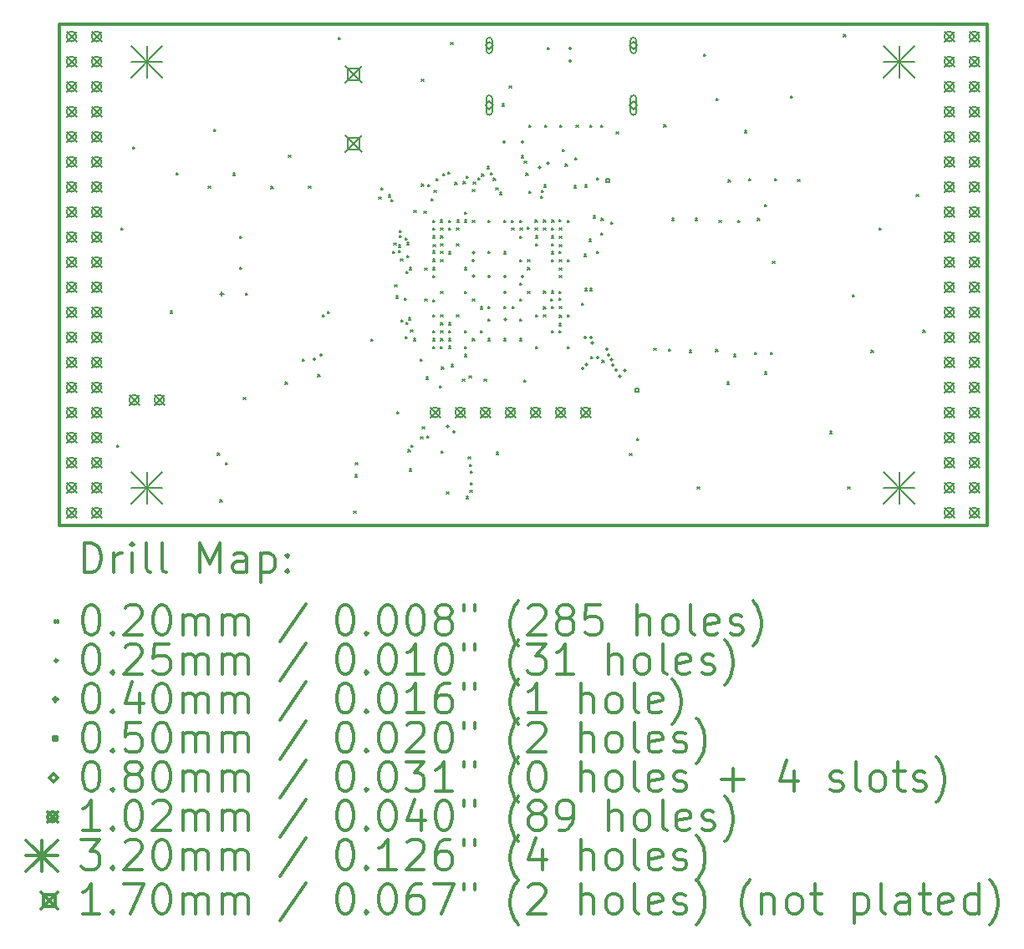
<source format=gbr>
%FSLAX45Y45*%
G04 Gerber Fmt 4.5, Leading zero omitted, Abs format (unit mm)*
G04 Created by KiCad (PCBNEW 4.0.5+dfsg1-4) date Wed May 17 14:14:25 2017*
%MOMM*%
%LPD*%
G01*
G04 APERTURE LIST*
%ADD10C,0.127000*%
%ADD11C,0.300000*%
%ADD12C,0.200000*%
G04 APERTURE END LIST*
D10*
D11*
X9410000Y-6142000D02*
X9410000Y-11222000D01*
X18808000Y-6142000D02*
X9410000Y-6142000D01*
X18808000Y-11222000D02*
X18808000Y-6142000D01*
X9410000Y-11222000D02*
X18808000Y-11222000D01*
D12*
X9998000Y-10410000D02*
X10018000Y-10430000D01*
X10018000Y-10410000D02*
X9998000Y-10430000D01*
X10037655Y-8210000D02*
X10057655Y-8230000D01*
X10057655Y-8210000D02*
X10037655Y-8230000D01*
X10158000Y-7390000D02*
X10178000Y-7410000D01*
X10178000Y-7390000D02*
X10158000Y-7410000D01*
X10538000Y-9050000D02*
X10558000Y-9070000D01*
X10558000Y-9050000D02*
X10538000Y-9070000D01*
X10598000Y-7650000D02*
X10618000Y-7670000D01*
X10618000Y-7650000D02*
X10598000Y-7670000D01*
X10924000Y-7783000D02*
X10944000Y-7803000D01*
X10944000Y-7783000D02*
X10924000Y-7803000D01*
X10978000Y-7210000D02*
X10998000Y-7230000D01*
X10998000Y-7210000D02*
X10978000Y-7230000D01*
X11018000Y-10490000D02*
X11038000Y-10510000D01*
X11038000Y-10490000D02*
X11018000Y-10510000D01*
X11042966Y-10966034D02*
X11062966Y-10986034D01*
X11062966Y-10966034D02*
X11042966Y-10986034D01*
X11098000Y-10590000D02*
X11118000Y-10610000D01*
X11118000Y-10590000D02*
X11098000Y-10610000D01*
X11174000Y-7654000D02*
X11194000Y-7674000D01*
X11194000Y-7654000D02*
X11174000Y-7674000D01*
X11241500Y-8291000D02*
X11261500Y-8311000D01*
X11261500Y-8291000D02*
X11241500Y-8311000D01*
X11241500Y-8608500D02*
X11261500Y-8628500D01*
X11261500Y-8608500D02*
X11241500Y-8628500D01*
X11278000Y-9930000D02*
X11298000Y-9950000D01*
X11298000Y-9930000D02*
X11278000Y-9950000D01*
X11298000Y-8870000D02*
X11318000Y-8890000D01*
X11318000Y-8870000D02*
X11298000Y-8890000D01*
X11559000Y-7791000D02*
X11579000Y-7811000D01*
X11579000Y-7791000D02*
X11559000Y-7811000D01*
X11702166Y-9771727D02*
X11722166Y-9791727D01*
X11722166Y-9771727D02*
X11702166Y-9791727D01*
X11738000Y-7470000D02*
X11758000Y-7490000D01*
X11758000Y-7470000D02*
X11738000Y-7490000D01*
X11874380Y-9539822D02*
X11894380Y-9559822D01*
X11894380Y-9539822D02*
X11874380Y-9559822D01*
X11940000Y-7783000D02*
X11960000Y-7803000D01*
X11960000Y-7783000D02*
X11940000Y-7803000D01*
X12033000Y-9695000D02*
X12053000Y-9715000D01*
X12053000Y-9695000D02*
X12033000Y-9715000D01*
X12078000Y-9090000D02*
X12098000Y-9110000D01*
X12098000Y-9090000D02*
X12078000Y-9110000D01*
X12130862Y-9053246D02*
X12150862Y-9073246D01*
X12150862Y-9053246D02*
X12130862Y-9073246D01*
X12238000Y-6280000D02*
X12258000Y-6300000D01*
X12258000Y-6280000D02*
X12238000Y-6300000D01*
X12398000Y-11077701D02*
X12418000Y-11097701D01*
X12418000Y-11077701D02*
X12398000Y-11097701D01*
X12410242Y-10710764D02*
X12430242Y-10730764D01*
X12430242Y-10710764D02*
X12410242Y-10730764D01*
X12415398Y-10588254D02*
X12435398Y-10608254D01*
X12435398Y-10588254D02*
X12415398Y-10608254D01*
X12572728Y-9335266D02*
X12592728Y-9355266D01*
X12592728Y-9335266D02*
X12572728Y-9355266D01*
X12650396Y-7896838D02*
X12670396Y-7916838D01*
X12670396Y-7896838D02*
X12650396Y-7916838D01*
X12671476Y-7801437D02*
X12691476Y-7821437D01*
X12691476Y-7801437D02*
X12671476Y-7821437D01*
X12745797Y-7873870D02*
X12765797Y-7893870D01*
X12765797Y-7873870D02*
X12745797Y-7893870D01*
X12773138Y-7918925D02*
X12793138Y-7938925D01*
X12793138Y-7918925D02*
X12773138Y-7938925D01*
X12789247Y-8443566D02*
X12809247Y-8463566D01*
X12809247Y-8443566D02*
X12789247Y-8463566D01*
X12802648Y-8359164D02*
X12822648Y-8379164D01*
X12822648Y-8359164D02*
X12802648Y-8379164D01*
X12812387Y-8782408D02*
X12832387Y-8802408D01*
X12832387Y-8782408D02*
X12812387Y-8802408D01*
X12825614Y-8898510D02*
X12845614Y-8918510D01*
X12845614Y-8898510D02*
X12825614Y-8918510D01*
X12834133Y-10069588D02*
X12854133Y-10089588D01*
X12854133Y-10069588D02*
X12834133Y-10089588D01*
X12847399Y-8436830D02*
X12867399Y-8456830D01*
X12867399Y-8436830D02*
X12847399Y-8456830D01*
X12851502Y-8381480D02*
X12871502Y-8401480D01*
X12871502Y-8381480D02*
X12851502Y-8401480D01*
X12860201Y-8232201D02*
X12880201Y-8252201D01*
X12880201Y-8232201D02*
X12860201Y-8252201D01*
X12860201Y-8284902D02*
X12880201Y-8304902D01*
X12880201Y-8284902D02*
X12860201Y-8304902D01*
X12870327Y-8521147D02*
X12890327Y-8541147D01*
X12890327Y-8521147D02*
X12870327Y-8541147D01*
X12874834Y-9141416D02*
X12894834Y-9161416D01*
X12894834Y-9141416D02*
X12874834Y-9161416D01*
X12911219Y-8919157D02*
X12931219Y-8939157D01*
X12931219Y-8919157D02*
X12911219Y-8939157D01*
X12917995Y-8308657D02*
X12937995Y-8328657D01*
X12937995Y-8308657D02*
X12917995Y-8328657D01*
X12918000Y-9310000D02*
X12938000Y-9330000D01*
X12938000Y-9310000D02*
X12918000Y-9330000D01*
X12924930Y-8651034D02*
X12944930Y-8671034D01*
X12944930Y-8651034D02*
X12924930Y-8671034D01*
X12926504Y-9163074D02*
X12946504Y-9183074D01*
X12946504Y-9163074D02*
X12926504Y-9183074D01*
X12935799Y-8358260D02*
X12955799Y-8378260D01*
X12955799Y-8358260D02*
X12935799Y-8378260D01*
X12935799Y-8486004D02*
X12955799Y-8506004D01*
X12955799Y-8486004D02*
X12935799Y-8506004D01*
X12946373Y-10458034D02*
X12966373Y-10478034D01*
X12966373Y-10458034D02*
X12946373Y-10478034D01*
X12952940Y-9117483D02*
X12972940Y-9137483D01*
X12972940Y-9117483D02*
X12952940Y-9137483D01*
X12958000Y-8610000D02*
X12978000Y-8630000D01*
X12978000Y-8610000D02*
X12958000Y-8630000D01*
X12958000Y-10650000D02*
X12978000Y-10670000D01*
X12978000Y-10650000D02*
X12958000Y-10670000D01*
X12971328Y-9241191D02*
X12991328Y-9261191D01*
X12991328Y-9241191D02*
X12971328Y-9261191D01*
X12978000Y-10410000D02*
X12998000Y-10430000D01*
X12998000Y-10410000D02*
X12978000Y-10430000D01*
X13002401Y-9331328D02*
X13022401Y-9351328D01*
X13022401Y-9331328D02*
X13002401Y-9351328D01*
X13006962Y-8030205D02*
X13026962Y-8050205D01*
X13026962Y-8030205D02*
X13006962Y-8050205D01*
X13070707Y-9535414D02*
X13090707Y-9555414D01*
X13090707Y-9535414D02*
X13070707Y-9555414D01*
X13073949Y-10325498D02*
X13093949Y-10345498D01*
X13093949Y-10325498D02*
X13073949Y-10345498D01*
X13081984Y-7764262D02*
X13101984Y-7784262D01*
X13101984Y-7764262D02*
X13081984Y-7784262D01*
X13083000Y-6703500D02*
X13103000Y-6723500D01*
X13103000Y-6703500D02*
X13083000Y-6723500D01*
X13091999Y-10226419D02*
X13111999Y-10246419D01*
X13111999Y-10226419D02*
X13091999Y-10246419D01*
X13108000Y-8040000D02*
X13128000Y-8060000D01*
X13128000Y-8040000D02*
X13108000Y-8060000D01*
X13115453Y-8615136D02*
X13135453Y-8635136D01*
X13135453Y-8615136D02*
X13115453Y-8635136D01*
X13118000Y-8930000D02*
X13138000Y-8950000D01*
X13138000Y-8930000D02*
X13118000Y-8950000D01*
X13131403Y-9719116D02*
X13151403Y-9739116D01*
X13151403Y-9719116D02*
X13131403Y-9739116D01*
X13135385Y-10319621D02*
X13155385Y-10339621D01*
X13155385Y-10319621D02*
X13135385Y-10339621D01*
X13146502Y-7769099D02*
X13166502Y-7789099D01*
X13166502Y-7769099D02*
X13146502Y-7789099D01*
X13178000Y-7910000D02*
X13198000Y-7930000D01*
X13198000Y-7910000D02*
X13178000Y-7930000D01*
X13197765Y-9087799D02*
X13217765Y-9107799D01*
X13217765Y-9087799D02*
X13197765Y-9107799D01*
X13197789Y-8611496D02*
X13217789Y-8631496D01*
X13217789Y-8611496D02*
X13197789Y-8631496D01*
X13197962Y-8527095D02*
X13217962Y-8547095D01*
X13217962Y-8527095D02*
X13197962Y-8547095D01*
X13198000Y-8440334D02*
X13218000Y-8460334D01*
X13218000Y-8440334D02*
X13198000Y-8460334D01*
X13198000Y-8130000D02*
X13218000Y-8150000D01*
X13218000Y-8130000D02*
X13198000Y-8150000D01*
X13198000Y-8207799D02*
X13218000Y-8227799D01*
X13218000Y-8207799D02*
X13198000Y-8227799D01*
X13198000Y-8690000D02*
X13218000Y-8710000D01*
X13218000Y-8690000D02*
X13198000Y-8710000D01*
X13198000Y-8934402D02*
X13218000Y-8954402D01*
X13218000Y-8934402D02*
X13198000Y-8954402D01*
X13198000Y-9250000D02*
X13218000Y-9270000D01*
X13218000Y-9250000D02*
X13198000Y-9270000D01*
X13198000Y-9330000D02*
X13218000Y-9350000D01*
X13218000Y-9330000D02*
X13198000Y-9350000D01*
X13198000Y-9410000D02*
X13218000Y-9430000D01*
X13218000Y-9410000D02*
X13198000Y-9430000D01*
X13198482Y-8287799D02*
X13218482Y-8307799D01*
X13218482Y-8287799D02*
X13198482Y-8307799D01*
X13201744Y-8376602D02*
X13221744Y-8396602D01*
X13221744Y-8376602D02*
X13201744Y-8396602D01*
X13211045Y-7827583D02*
X13231045Y-7847583D01*
X13231045Y-7827583D02*
X13211045Y-7847583D01*
X13229761Y-7711481D02*
X13249761Y-7731481D01*
X13249761Y-7711481D02*
X13229761Y-7731481D01*
X13267509Y-9807892D02*
X13287509Y-9827892D01*
X13287509Y-9807892D02*
X13267509Y-9827892D01*
X13274623Y-9409707D02*
X13294623Y-9429707D01*
X13294623Y-9409707D02*
X13274623Y-9429707D01*
X13275799Y-8129053D02*
X13295799Y-8149053D01*
X13295799Y-8129053D02*
X13275799Y-8149053D01*
X13277580Y-8532199D02*
X13297580Y-8552199D01*
X13297580Y-8532199D02*
X13277580Y-8552199D01*
X13278000Y-8210000D02*
X13298000Y-8230000D01*
X13298000Y-8210000D02*
X13278000Y-8230000D01*
X13278000Y-8290000D02*
X13298000Y-8310000D01*
X13298000Y-8290000D02*
X13278000Y-8310000D01*
X13278000Y-8850000D02*
X13298000Y-8870000D01*
X13298000Y-8850000D02*
X13278000Y-8870000D01*
X13278000Y-9090000D02*
X13298000Y-9110000D01*
X13298000Y-9090000D02*
X13278000Y-9110000D01*
X13278000Y-9170000D02*
X13298000Y-9190000D01*
X13298000Y-9170000D02*
X13278000Y-9190000D01*
X13278000Y-9250000D02*
X13298000Y-9270000D01*
X13298000Y-9250000D02*
X13278000Y-9270000D01*
X13278000Y-9330000D02*
X13298000Y-9350000D01*
X13298000Y-9330000D02*
X13278000Y-9350000D01*
X13278042Y-8446513D02*
X13298042Y-8466513D01*
X13298042Y-8446513D02*
X13278042Y-8466513D01*
X13278650Y-8367799D02*
X13298650Y-8387799D01*
X13298650Y-8367799D02*
X13278650Y-8387799D01*
X13281858Y-10470000D02*
X13301858Y-10490000D01*
X13301858Y-10470000D02*
X13281858Y-10490000D01*
X13285954Y-9617033D02*
X13305954Y-9637033D01*
X13305954Y-9617033D02*
X13285954Y-9637033D01*
X13299153Y-7658736D02*
X13319153Y-7678736D01*
X13319153Y-7658736D02*
X13299153Y-7678736D01*
X13338000Y-10884000D02*
X13358000Y-10904000D01*
X13358000Y-10884000D02*
X13338000Y-10904000D01*
X13349508Y-7643184D02*
X13369508Y-7663184D01*
X13369508Y-7643184D02*
X13349508Y-7663184D01*
X13357194Y-8449520D02*
X13377194Y-8469520D01*
X13377194Y-8449520D02*
X13357194Y-8469520D01*
X13358000Y-8210000D02*
X13378000Y-8230000D01*
X13378000Y-8210000D02*
X13358000Y-8230000D01*
X13358000Y-9170000D02*
X13378000Y-9190000D01*
X13378000Y-9170000D02*
X13358000Y-9190000D01*
X13358000Y-9250000D02*
X13378000Y-9270000D01*
X13378000Y-9250000D02*
X13358000Y-9270000D01*
X13358567Y-9330248D02*
X13378567Y-9350248D01*
X13378567Y-9330248D02*
X13358567Y-9350248D01*
X13359024Y-9408016D02*
X13379024Y-9428016D01*
X13379024Y-9408016D02*
X13359024Y-9428016D01*
X13360201Y-8130000D02*
X13380201Y-8150000D01*
X13380201Y-8130000D02*
X13360201Y-8150000D01*
X13378000Y-6330000D02*
X13398000Y-6350000D01*
X13398000Y-6330000D02*
X13378000Y-6350000D01*
X13381998Y-9593873D02*
X13401998Y-9613873D01*
X13401998Y-9593873D02*
X13381998Y-9613873D01*
X13421411Y-7746423D02*
X13441411Y-7766423D01*
X13441411Y-7746423D02*
X13421411Y-7766423D01*
X13438000Y-8210000D02*
X13458000Y-8230000D01*
X13458000Y-8210000D02*
X13438000Y-8230000D01*
X13438000Y-8370000D02*
X13458000Y-8390000D01*
X13458000Y-8370000D02*
X13438000Y-8390000D01*
X13438000Y-9090000D02*
X13458000Y-9110000D01*
X13458000Y-9090000D02*
X13438000Y-9110000D01*
X13444602Y-8129060D02*
X13464602Y-8149060D01*
X13464602Y-8129060D02*
X13444602Y-8149060D01*
X13498546Y-9743179D02*
X13518546Y-9763179D01*
X13518546Y-9743179D02*
X13498546Y-9763179D01*
X13505812Y-7740288D02*
X13525812Y-7760288D01*
X13525812Y-7740288D02*
X13505812Y-7760288D01*
X13517331Y-8851860D02*
X13537331Y-8871860D01*
X13537331Y-8851860D02*
X13517331Y-8871860D01*
X13517488Y-8129060D02*
X13537488Y-8149060D01*
X13537488Y-8129060D02*
X13517488Y-8149060D01*
X13518000Y-8050000D02*
X13538000Y-8070000D01*
X13538000Y-8050000D02*
X13518000Y-8070000D01*
X13518000Y-8610000D02*
X13538000Y-8630000D01*
X13538000Y-8610000D02*
X13518000Y-8630000D01*
X13518000Y-9250000D02*
X13538000Y-9270000D01*
X13538000Y-9250000D02*
X13518000Y-9270000D01*
X13518000Y-9410000D02*
X13538000Y-9430000D01*
X13538000Y-9410000D02*
X13518000Y-9430000D01*
X13518000Y-9490000D02*
X13538000Y-9510000D01*
X13538000Y-9490000D02*
X13518000Y-9510000D01*
X13537195Y-10930959D02*
X13557195Y-10950959D01*
X13557195Y-10930959D02*
X13537195Y-10950959D01*
X13537378Y-7684923D02*
X13557378Y-7704923D01*
X13557378Y-7684923D02*
X13537378Y-7704923D01*
X13558000Y-10530000D02*
X13578000Y-10550000D01*
X13578000Y-10530000D02*
X13558000Y-10550000D01*
X13567000Y-9710000D02*
X13587000Y-9730000D01*
X13587000Y-9710000D02*
X13567000Y-9730000D01*
X13567865Y-10606369D02*
X13587865Y-10626369D01*
X13587865Y-10606369D02*
X13567865Y-10626369D01*
X13575325Y-10869239D02*
X13595325Y-10889239D01*
X13595325Y-10869239D02*
X13575325Y-10889239D01*
X13575519Y-10792264D02*
X13595519Y-10812264D01*
X13595519Y-10792264D02*
X13575519Y-10812264D01*
X13578416Y-10670041D02*
X13598416Y-10690041D01*
X13598416Y-10670041D02*
X13578416Y-10690041D01*
X13598000Y-8130000D02*
X13618000Y-8150000D01*
X13618000Y-8130000D02*
X13598000Y-8150000D01*
X13598000Y-9330000D02*
X13618000Y-9350000D01*
X13618000Y-9330000D02*
X13598000Y-9350000D01*
X13598517Y-8929483D02*
X13618517Y-8949483D01*
X13618517Y-8929483D02*
X13598517Y-8949483D01*
X13600201Y-7816859D02*
X13620201Y-7836859D01*
X13620201Y-7816859D02*
X13600201Y-7836859D01*
X13607038Y-7743099D02*
X13627038Y-7763099D01*
X13627038Y-7743099D02*
X13607038Y-7763099D01*
X13654520Y-7700918D02*
X13674520Y-7720918D01*
X13674520Y-7700918D02*
X13654520Y-7720918D01*
X13678000Y-9250000D02*
X13698000Y-9270000D01*
X13698000Y-9250000D02*
X13678000Y-9270000D01*
X13678517Y-9009483D02*
X13698517Y-9029483D01*
X13698517Y-9009483D02*
X13678517Y-9029483D01*
X13692375Y-7664252D02*
X13712375Y-7684252D01*
X13712375Y-7664252D02*
X13692375Y-7684252D01*
X13718870Y-9743874D02*
X13738870Y-9763874D01*
X13738870Y-9743874D02*
X13718870Y-9763874D01*
X13748934Y-7587419D02*
X13768934Y-7607419D01*
X13768934Y-7587419D02*
X13748934Y-7607419D01*
X13756589Y-9130245D02*
X13776589Y-9150245D01*
X13776589Y-9130245D02*
X13756589Y-9150245D01*
X13758000Y-8130000D02*
X13778000Y-8150000D01*
X13778000Y-8130000D02*
X13758000Y-8150000D01*
X13758000Y-9007299D02*
X13778000Y-9027299D01*
X13778000Y-9007299D02*
X13758000Y-9027299D01*
X13758000Y-9330000D02*
X13778000Y-9350000D01*
X13778000Y-9330000D02*
X13758000Y-9350000D01*
X13758056Y-8443409D02*
X13778056Y-8463409D01*
X13778056Y-8443409D02*
X13758056Y-8463409D01*
X13780635Y-7647724D02*
X13800635Y-7667724D01*
X13800635Y-7647724D02*
X13780635Y-7667724D01*
X13812336Y-7706418D02*
X13832336Y-7726418D01*
X13832336Y-7706418D02*
X13812336Y-7726418D01*
X13837475Y-7801776D02*
X13857475Y-7821776D01*
X13857475Y-7801776D02*
X13837475Y-7821776D01*
X13840016Y-10481188D02*
X13860016Y-10501188D01*
X13860016Y-10481188D02*
X13840016Y-10501188D01*
X13875738Y-7850080D02*
X13895738Y-7870080D01*
X13895738Y-7850080D02*
X13875738Y-7870080D01*
X13898000Y-6950000D02*
X13918000Y-6970000D01*
X13918000Y-6950000D02*
X13898000Y-6970000D01*
X13917252Y-8451135D02*
X13937252Y-8471135D01*
X13937252Y-8451135D02*
X13917252Y-8471135D01*
X13918000Y-8130000D02*
X13938000Y-8150000D01*
X13938000Y-8130000D02*
X13918000Y-8150000D01*
X13918000Y-9002299D02*
X13938000Y-9022299D01*
X13938000Y-9002299D02*
X13918000Y-9022299D01*
X13918000Y-9330000D02*
X13938000Y-9350000D01*
X13938000Y-9330000D02*
X13918000Y-9350000D01*
X13972000Y-6767000D02*
X13992000Y-6787000D01*
X13992000Y-6767000D02*
X13972000Y-6787000D01*
X13993599Y-8130000D02*
X14013599Y-8150000D01*
X14013599Y-8130000D02*
X13993599Y-8150000D01*
X13998000Y-8210000D02*
X14018000Y-8230000D01*
X14018000Y-8210000D02*
X13998000Y-8230000D01*
X13999489Y-9002299D02*
X14019489Y-9022299D01*
X14019489Y-9002299D02*
X13999489Y-9022299D01*
X14076403Y-8294140D02*
X14096403Y-8314140D01*
X14096403Y-8294140D02*
X14076403Y-8314140D01*
X14077419Y-9133335D02*
X14097419Y-9153335D01*
X14097419Y-9133335D02*
X14077419Y-9153335D01*
X14078000Y-8130000D02*
X14098000Y-8150000D01*
X14098000Y-8130000D02*
X14078000Y-8150000D01*
X14078000Y-8530000D02*
X14098000Y-8550000D01*
X14098000Y-8530000D02*
X14078000Y-8550000D01*
X14078000Y-8770000D02*
X14098000Y-8790000D01*
X14098000Y-8770000D02*
X14078000Y-8790000D01*
X14078000Y-8930000D02*
X14098000Y-8950000D01*
X14098000Y-8930000D02*
X14078000Y-8950000D01*
X14078000Y-9330000D02*
X14098000Y-9350000D01*
X14098000Y-9330000D02*
X14078000Y-9350000D01*
X14082401Y-8207928D02*
X14102401Y-8227928D01*
X14102401Y-8207928D02*
X14082401Y-8227928D01*
X14094664Y-7477380D02*
X14114664Y-7497380D01*
X14114664Y-7477380D02*
X14094664Y-7497380D01*
X14118000Y-9750000D02*
X14138000Y-9770000D01*
X14138000Y-9750000D02*
X14118000Y-9770000D01*
X14122988Y-7531564D02*
X14142988Y-7551564D01*
X14142988Y-7531564D02*
X14122988Y-7551564D01*
X14139991Y-7654792D02*
X14159991Y-7674792D01*
X14159991Y-7654792D02*
X14139991Y-7674792D01*
X14155799Y-8203034D02*
X14175799Y-8223034D01*
X14175799Y-8203034D02*
X14155799Y-8223034D01*
X14158000Y-8530000D02*
X14178000Y-8550000D01*
X14178000Y-8530000D02*
X14158000Y-8550000D01*
X14158000Y-8610000D02*
X14178000Y-8630000D01*
X14178000Y-8610000D02*
X14158000Y-8630000D01*
X14158000Y-8850000D02*
X14178000Y-8870000D01*
X14178000Y-8850000D02*
X14158000Y-8870000D01*
X14172011Y-7834694D02*
X14192011Y-7854694D01*
X14192011Y-7834694D02*
X14172011Y-7854694D01*
X14172835Y-7169299D02*
X14192835Y-7189299D01*
X14192835Y-7169299D02*
X14172835Y-7189299D01*
X14235799Y-8128224D02*
X14255799Y-8148224D01*
X14255799Y-8128224D02*
X14235799Y-8148224D01*
X14235799Y-8209139D02*
X14255799Y-8229139D01*
X14255799Y-8209139D02*
X14235799Y-8229139D01*
X14237355Y-8289891D02*
X14257355Y-8309891D01*
X14257355Y-8289891D02*
X14237355Y-8309891D01*
X14238000Y-8370000D02*
X14258000Y-8390000D01*
X14258000Y-8370000D02*
X14238000Y-8390000D01*
X14238000Y-9090000D02*
X14258000Y-9110000D01*
X14258000Y-9090000D02*
X14238000Y-9110000D01*
X14238000Y-9410000D02*
X14258000Y-9430000D01*
X14258000Y-9410000D02*
X14238000Y-9430000D01*
X14292031Y-7887926D02*
X14312031Y-7907926D01*
X14312031Y-7887926D02*
X14292031Y-7907926D01*
X14298723Y-7827519D02*
X14318723Y-7847519D01*
X14318723Y-7827519D02*
X14298723Y-7847519D01*
X14317803Y-8849503D02*
X14337803Y-8869503D01*
X14337803Y-8849503D02*
X14317803Y-8869503D01*
X14318000Y-9090000D02*
X14338000Y-9110000D01*
X14338000Y-9090000D02*
X14318000Y-9110000D01*
X14318182Y-9010195D02*
X14338182Y-9030195D01*
X14338182Y-9010195D02*
X14318182Y-9030195D01*
X14320201Y-8128173D02*
X14340201Y-8148173D01*
X14340201Y-8128173D02*
X14320201Y-8148173D01*
X14320201Y-8209499D02*
X14340201Y-8229499D01*
X14340201Y-8209499D02*
X14320201Y-8229499D01*
X14322321Y-7773748D02*
X14342321Y-7793748D01*
X14342321Y-7773748D02*
X14322321Y-7793748D01*
X14329270Y-7169299D02*
X14349270Y-7189299D01*
X14349270Y-7169299D02*
X14329270Y-7189299D01*
X14358000Y-6380000D02*
X14378000Y-6400000D01*
X14378000Y-6380000D02*
X14358000Y-6400000D01*
X14393579Y-8929761D02*
X14413579Y-8949761D01*
X14413579Y-8929761D02*
X14393579Y-8949761D01*
X14397690Y-8208645D02*
X14417690Y-8228645D01*
X14417690Y-8208645D02*
X14397690Y-8228645D01*
X14398000Y-8290000D02*
X14418000Y-8310000D01*
X14418000Y-8290000D02*
X14398000Y-8310000D01*
X14398000Y-8370000D02*
X14418000Y-8390000D01*
X14418000Y-8370000D02*
X14398000Y-8390000D01*
X14398000Y-8450000D02*
X14418000Y-8470000D01*
X14418000Y-8450000D02*
X14398000Y-8470000D01*
X14398000Y-9250000D02*
X14418000Y-9270000D01*
X14418000Y-9250000D02*
X14398000Y-9270000D01*
X14398052Y-8529722D02*
X14418052Y-8549722D01*
X14418052Y-8529722D02*
X14398052Y-8549722D01*
X14398242Y-9003286D02*
X14418242Y-9023286D01*
X14418242Y-9003286D02*
X14398242Y-9023286D01*
X14398283Y-8848451D02*
X14418283Y-8868451D01*
X14418283Y-8848451D02*
X14398283Y-8868451D01*
X14404602Y-8127478D02*
X14424602Y-8147478D01*
X14424602Y-8127478D02*
X14404602Y-8147478D01*
X14476639Y-8123398D02*
X14496639Y-8143398D01*
X14496639Y-8123398D02*
X14476639Y-8143398D01*
X14476942Y-8918885D02*
X14496942Y-8938885D01*
X14496942Y-8918885D02*
X14476942Y-8938885D01*
X14477765Y-8852201D02*
X14497765Y-8872201D01*
X14497765Y-8852201D02*
X14477765Y-8872201D01*
X14477769Y-8443293D02*
X14497769Y-8463293D01*
X14497769Y-8443293D02*
X14477769Y-8463293D01*
X14478235Y-9247799D02*
X14498235Y-9267799D01*
X14498235Y-9247799D02*
X14478235Y-9267799D01*
X14478278Y-9177765D02*
X14498278Y-9197765D01*
X14498278Y-9177765D02*
X14478278Y-9197765D01*
X14478509Y-8207799D02*
X14498509Y-8227799D01*
X14498509Y-8207799D02*
X14478509Y-8227799D01*
X14478522Y-9092124D02*
X14498522Y-9112124D01*
X14498522Y-9092124D02*
X14478522Y-9112124D01*
X14478569Y-9003286D02*
X14498569Y-9023286D01*
X14498569Y-9003286D02*
X14478569Y-9023286D01*
X14478654Y-8528519D02*
X14498654Y-8548519D01*
X14498654Y-8528519D02*
X14478654Y-8548519D01*
X14478856Y-8689382D02*
X14498856Y-8709382D01*
X14498856Y-8689382D02*
X14478856Y-8709382D01*
X14479038Y-8376602D02*
X14499038Y-8396602D01*
X14499038Y-8376602D02*
X14479038Y-8396602D01*
X14479410Y-8292201D02*
X14499410Y-8312201D01*
X14499410Y-8292201D02*
X14479410Y-8312201D01*
X14480128Y-8616874D02*
X14500128Y-8636874D01*
X14500128Y-8616874D02*
X14480128Y-8636874D01*
X14486673Y-7169299D02*
X14506673Y-7189299D01*
X14506673Y-7169299D02*
X14486673Y-7189299D01*
X14507287Y-7414054D02*
X14527287Y-7434054D01*
X14527287Y-7414054D02*
X14507287Y-7434054D01*
X14539400Y-7561857D02*
X14559400Y-7581857D01*
X14559400Y-7561857D02*
X14539400Y-7581857D01*
X14558000Y-8130000D02*
X14578000Y-8150000D01*
X14578000Y-8130000D02*
X14558000Y-8150000D01*
X14558000Y-8532201D02*
X14578000Y-8552201D01*
X14578000Y-8532201D02*
X14558000Y-8552201D01*
X14558000Y-9090000D02*
X14578000Y-9110000D01*
X14578000Y-9090000D02*
X14558000Y-9110000D01*
X14558000Y-9410000D02*
X14578000Y-9430000D01*
X14578000Y-9410000D02*
X14558000Y-9430000D01*
X14628717Y-7781899D02*
X14648717Y-7801899D01*
X14648717Y-7781899D02*
X14628717Y-7801899D01*
X14635665Y-7495669D02*
X14655665Y-7515669D01*
X14655665Y-7495669D02*
X14635665Y-7515669D01*
X14650299Y-7169299D02*
X14670299Y-7189299D01*
X14670299Y-7169299D02*
X14650299Y-7189299D01*
X14702593Y-8970288D02*
X14722593Y-8990288D01*
X14722593Y-8970288D02*
X14702593Y-8990288D01*
X14732247Y-8475859D02*
X14752247Y-8495859D01*
X14752247Y-8475859D02*
X14732247Y-8495859D01*
X14737067Y-8822484D02*
X14757067Y-8842484D01*
X14757067Y-8822484D02*
X14737067Y-8842484D01*
X14738000Y-7772201D02*
X14758000Y-7792201D01*
X14758000Y-7772201D02*
X14738000Y-7792201D01*
X14780411Y-8322869D02*
X14800411Y-8342869D01*
X14800411Y-8322869D02*
X14780411Y-8342869D01*
X14788706Y-7169299D02*
X14808706Y-7189299D01*
X14808706Y-7169299D02*
X14788706Y-7189299D01*
X14789768Y-8822484D02*
X14809768Y-8842484D01*
X14809768Y-8822484D02*
X14789768Y-8842484D01*
X14797412Y-9512933D02*
X14817412Y-9532933D01*
X14817412Y-9512933D02*
X14797412Y-9532933D01*
X14823777Y-8087578D02*
X14843777Y-8107578D01*
X14843777Y-8087578D02*
X14823777Y-8107578D01*
X14853988Y-7702493D02*
X14873988Y-7722493D01*
X14873988Y-7702493D02*
X14853988Y-7722493D01*
X14856880Y-8445031D02*
X14876880Y-8465031D01*
X14876880Y-8445031D02*
X14856880Y-8465031D01*
X14898000Y-7169299D02*
X14918000Y-7189299D01*
X14918000Y-7169299D02*
X14898000Y-7189299D01*
X14901003Y-8261055D02*
X14921003Y-8281055D01*
X14921003Y-8261055D02*
X14901003Y-8281055D01*
X14903191Y-8110201D02*
X14923191Y-8130201D01*
X14923191Y-8110201D02*
X14903191Y-8130201D01*
X14910771Y-9550529D02*
X14930771Y-9570529D01*
X14930771Y-9550529D02*
X14910771Y-9570529D01*
X14998000Y-8150000D02*
X15018000Y-8170000D01*
X15018000Y-8150000D02*
X14998000Y-8170000D01*
X15054200Y-7232799D02*
X15074200Y-7252799D01*
X15074200Y-7232799D02*
X15054200Y-7252799D01*
X15190259Y-10493867D02*
X15210259Y-10513867D01*
X15210259Y-10493867D02*
X15190259Y-10513867D01*
X15262831Y-10342902D02*
X15282831Y-10362902D01*
X15282831Y-10342902D02*
X15262831Y-10362902D01*
X15438000Y-9430000D02*
X15458000Y-9450000D01*
X15458000Y-9430000D02*
X15438000Y-9450000D01*
X15538000Y-7162299D02*
X15558000Y-7182299D01*
X15558000Y-7162299D02*
X15538000Y-7182299D01*
X15584572Y-9434482D02*
X15604572Y-9454482D01*
X15604572Y-9434482D02*
X15584572Y-9454482D01*
X15618000Y-8110000D02*
X15638000Y-8130000D01*
X15638000Y-8110000D02*
X15618000Y-8130000D01*
X15798000Y-9450000D02*
X15818000Y-9470000D01*
X15818000Y-9450000D02*
X15798000Y-9470000D01*
X15858000Y-8110000D02*
X15878000Y-8130000D01*
X15878000Y-8110000D02*
X15858000Y-8130000D01*
X15877000Y-10831000D02*
X15897000Y-10851000D01*
X15897000Y-10831000D02*
X15877000Y-10851000D01*
X15938000Y-6450000D02*
X15958000Y-6470000D01*
X15958000Y-6450000D02*
X15938000Y-6470000D01*
X16063480Y-9440558D02*
X16083480Y-9460558D01*
X16083480Y-9440558D02*
X16063480Y-9460558D01*
X16067500Y-6894000D02*
X16087500Y-6914000D01*
X16087500Y-6894000D02*
X16067500Y-6914000D01*
X16098000Y-8130000D02*
X16118000Y-8150000D01*
X16118000Y-8130000D02*
X16098000Y-8150000D01*
X16178000Y-9770000D02*
X16198000Y-9790000D01*
X16198000Y-9770000D02*
X16178000Y-9790000D01*
X16189500Y-7721500D02*
X16209500Y-7741500D01*
X16209500Y-7721500D02*
X16189500Y-7741500D01*
X16246000Y-9490000D02*
X16266000Y-9510000D01*
X16266000Y-9490000D02*
X16246000Y-9510000D01*
X16285050Y-8134090D02*
X16305050Y-8154090D01*
X16305050Y-8134090D02*
X16285050Y-8154090D01*
X16353258Y-7221554D02*
X16373258Y-7241554D01*
X16373258Y-7221554D02*
X16353258Y-7241554D01*
X16398000Y-7710000D02*
X16418000Y-7730000D01*
X16418000Y-7710000D02*
X16398000Y-7730000D01*
X16455377Y-9472555D02*
X16475377Y-9492555D01*
X16475377Y-9472555D02*
X16455377Y-9492555D01*
X16487879Y-8112420D02*
X16507879Y-8132420D01*
X16507879Y-8112420D02*
X16487879Y-8132420D01*
X16558000Y-7970000D02*
X16578000Y-7990000D01*
X16578000Y-7970000D02*
X16558000Y-7990000D01*
X16558000Y-9670000D02*
X16578000Y-9690000D01*
X16578000Y-9670000D02*
X16558000Y-9690000D01*
X16618000Y-9470000D02*
X16638000Y-9490000D01*
X16638000Y-9470000D02*
X16618000Y-9490000D01*
X16638000Y-8550000D02*
X16658000Y-8570000D01*
X16658000Y-8550000D02*
X16638000Y-8570000D01*
X16658000Y-7710000D02*
X16678000Y-7730000D01*
X16678000Y-7710000D02*
X16658000Y-7730000D01*
X16823225Y-6869469D02*
X16843225Y-6889469D01*
X16843225Y-6869469D02*
X16823225Y-6889469D01*
X16893000Y-7719500D02*
X16913000Y-7739500D01*
X16913000Y-7719500D02*
X16893000Y-7739500D01*
X17218000Y-10270000D02*
X17238000Y-10290000D01*
X17238000Y-10270000D02*
X17218000Y-10290000D01*
X17358000Y-6250000D02*
X17378000Y-6270000D01*
X17378000Y-6250000D02*
X17358000Y-6270000D01*
X17401000Y-10831000D02*
X17421000Y-10851000D01*
X17421000Y-10831000D02*
X17401000Y-10851000D01*
X17448799Y-8887335D02*
X17468799Y-8907335D01*
X17468799Y-8887335D02*
X17448799Y-8907335D01*
X17638000Y-9450000D02*
X17658000Y-9470000D01*
X17658000Y-9450000D02*
X17638000Y-9470000D01*
X17718000Y-8210000D02*
X17738000Y-8230000D01*
X17738000Y-8210000D02*
X17718000Y-8230000D01*
X18096500Y-7868500D02*
X18116500Y-7888500D01*
X18116500Y-7868500D02*
X18096500Y-7888500D01*
X18163000Y-9245000D02*
X18183000Y-9265000D01*
X18183000Y-9245000D02*
X18163000Y-9265000D01*
X12010516Y-9541295D02*
G75*
G03X12010516Y-9541295I-12700J0D01*
G01*
X12076103Y-9497760D02*
G75*
G03X12076103Y-9497760I-12700J0D01*
G01*
X13357629Y-10223262D02*
G75*
G03X13357629Y-10223262I-12700J0D01*
G01*
X13420141Y-10275223D02*
G75*
G03X13420141Y-10275223I-12700J0D01*
G01*
X13620700Y-8460000D02*
G75*
G03X13620700Y-8460000I-12700J0D01*
G01*
X13620700Y-8540000D02*
G75*
G03X13620700Y-8540000I-12700J0D01*
G01*
X13623799Y-8699540D02*
G75*
G03X13623799Y-8699540I-12700J0D01*
G01*
X13780700Y-8700000D02*
G75*
G03X13780700Y-8700000I-12700J0D01*
G01*
X13931242Y-7337804D02*
G75*
G03X13931242Y-7337804I-12700J0D01*
G01*
X13940700Y-8700000D02*
G75*
G03X13940700Y-8700000I-12700J0D01*
G01*
X13940700Y-8860000D02*
G75*
G03X13940700Y-8860000I-12700J0D01*
G01*
X13943964Y-9135970D02*
G75*
G03X13943964Y-9135970I-12700J0D01*
G01*
X14115614Y-7339101D02*
G75*
G03X14115614Y-7339101I-12700J0D01*
G01*
X14116986Y-8699500D02*
G75*
G03X14116986Y-8699500I-12700J0D01*
G01*
X14290285Y-7593915D02*
G75*
G03X14290285Y-7593915I-12700J0D01*
G01*
X14375267Y-7552125D02*
G75*
G03X14375267Y-7552125I-12700J0D01*
G01*
X14597886Y-6518923D02*
G75*
G03X14597886Y-6518923I-12700J0D01*
G01*
X14600073Y-6392085D02*
G75*
G03X14600073Y-6392085I-12700J0D01*
G01*
X14725899Y-9634801D02*
G75*
G03X14725899Y-9634801I-12700J0D01*
G01*
X14752909Y-9320901D02*
G75*
G03X14752909Y-9320901I-12700J0D01*
G01*
X14765370Y-9592166D02*
G75*
G03X14765370Y-9592166I-12700J0D01*
G01*
X14810990Y-9319373D02*
G75*
G03X14810990Y-9319373I-12700J0D01*
G01*
X14823724Y-9376062D02*
G75*
G03X14823724Y-9376062I-12700J0D01*
G01*
X14878093Y-9523995D02*
G75*
G03X14878093Y-9523995I-12700J0D01*
G01*
X14974686Y-9437887D02*
G75*
G03X14974686Y-9437887I-12700J0D01*
G01*
X14990624Y-9494419D02*
G75*
G03X14990624Y-9494419I-12700J0D01*
G01*
X15019903Y-9544603D02*
G75*
G03X15019903Y-9544603I-12700J0D01*
G01*
X15032486Y-9601326D02*
G75*
G03X15032486Y-9601326I-12700J0D01*
G01*
X15064591Y-9649751D02*
G75*
G03X15064591Y-9649751I-12700J0D01*
G01*
X15102216Y-9710492D02*
G75*
G03X15102216Y-9710492I-12700J0D01*
G01*
X15155392Y-9652519D02*
G75*
G03X15155392Y-9652519I-12700J0D01*
G01*
X11059366Y-8855671D02*
X11059366Y-8895671D01*
X11039366Y-8875671D02*
X11079366Y-8875671D01*
X14988751Y-7746651D02*
X14988751Y-7711296D01*
X14953396Y-7711296D01*
X14953396Y-7746651D01*
X14988751Y-7746651D01*
X15279782Y-9869675D02*
X15279782Y-9834319D01*
X15244427Y-9834319D01*
X15244427Y-9869675D01*
X15279782Y-9869675D01*
X13768000Y-6400000D02*
X13808000Y-6360000D01*
X13768000Y-6320000D01*
X13728000Y-6360000D01*
X13768000Y-6400000D01*
X13738000Y-6310000D02*
X13738000Y-6410000D01*
X13798000Y-6310000D02*
X13798000Y-6410000D01*
X13738000Y-6410000D02*
G75*
G03X13798000Y-6410000I30000J0D01*
G01*
X13798000Y-6310000D02*
G75*
G03X13738000Y-6310000I-30000J0D01*
G01*
X13768000Y-7005000D02*
X13808000Y-6965000D01*
X13768000Y-6925000D01*
X13728000Y-6965000D01*
X13768000Y-7005000D01*
X13738000Y-6895000D02*
X13738000Y-7035000D01*
X13798000Y-6895000D02*
X13798000Y-7035000D01*
X13738000Y-7035000D02*
G75*
G03X13798000Y-7035000I30000J0D01*
G01*
X13798000Y-6895000D02*
G75*
G03X13738000Y-6895000I-30000J0D01*
G01*
X15228000Y-6400000D02*
X15268000Y-6360000D01*
X15228000Y-6320000D01*
X15188000Y-6360000D01*
X15228000Y-6400000D01*
X15198000Y-6310000D02*
X15198000Y-6410000D01*
X15258000Y-6310000D02*
X15258000Y-6410000D01*
X15198000Y-6410000D02*
G75*
G03X15258000Y-6410000I30000J0D01*
G01*
X15258000Y-6310000D02*
G75*
G03X15198000Y-6310000I-30000J0D01*
G01*
X15228000Y-7005000D02*
X15268000Y-6965000D01*
X15228000Y-6925000D01*
X15188000Y-6965000D01*
X15228000Y-7005000D01*
X15198000Y-6895000D02*
X15198000Y-7035000D01*
X15258000Y-6895000D02*
X15258000Y-7035000D01*
X15198000Y-7035000D02*
G75*
G03X15258000Y-7035000I30000J0D01*
G01*
X15258000Y-6895000D02*
G75*
G03X15198000Y-6895000I-30000J0D01*
G01*
X9486200Y-6218200D02*
X9587800Y-6319800D01*
X9587800Y-6218200D02*
X9486200Y-6319800D01*
X9587800Y-6269000D02*
G75*
G03X9587800Y-6269000I-50800J0D01*
G01*
X9486200Y-6472200D02*
X9587800Y-6573800D01*
X9587800Y-6472200D02*
X9486200Y-6573800D01*
X9587800Y-6523000D02*
G75*
G03X9587800Y-6523000I-50800J0D01*
G01*
X9486200Y-6726200D02*
X9587800Y-6827800D01*
X9587800Y-6726200D02*
X9486200Y-6827800D01*
X9587800Y-6777000D02*
G75*
G03X9587800Y-6777000I-50800J0D01*
G01*
X9486200Y-6980200D02*
X9587800Y-7081800D01*
X9587800Y-6980200D02*
X9486200Y-7081800D01*
X9587800Y-7031000D02*
G75*
G03X9587800Y-7031000I-50800J0D01*
G01*
X9486200Y-7234200D02*
X9587800Y-7335800D01*
X9587800Y-7234200D02*
X9486200Y-7335800D01*
X9587800Y-7285000D02*
G75*
G03X9587800Y-7285000I-50800J0D01*
G01*
X9486200Y-7488200D02*
X9587800Y-7589800D01*
X9587800Y-7488200D02*
X9486200Y-7589800D01*
X9587800Y-7539000D02*
G75*
G03X9587800Y-7539000I-50800J0D01*
G01*
X9486200Y-7742200D02*
X9587800Y-7843800D01*
X9587800Y-7742200D02*
X9486200Y-7843800D01*
X9587800Y-7793000D02*
G75*
G03X9587800Y-7793000I-50800J0D01*
G01*
X9486200Y-7996200D02*
X9587800Y-8097800D01*
X9587800Y-7996200D02*
X9486200Y-8097800D01*
X9587800Y-8047000D02*
G75*
G03X9587800Y-8047000I-50800J0D01*
G01*
X9486200Y-8250200D02*
X9587800Y-8351800D01*
X9587800Y-8250200D02*
X9486200Y-8351800D01*
X9587800Y-8301000D02*
G75*
G03X9587800Y-8301000I-50800J0D01*
G01*
X9486200Y-8504200D02*
X9587800Y-8605800D01*
X9587800Y-8504200D02*
X9486200Y-8605800D01*
X9587800Y-8555000D02*
G75*
G03X9587800Y-8555000I-50800J0D01*
G01*
X9486200Y-8758200D02*
X9587800Y-8859800D01*
X9587800Y-8758200D02*
X9486200Y-8859800D01*
X9587800Y-8809000D02*
G75*
G03X9587800Y-8809000I-50800J0D01*
G01*
X9486200Y-9012200D02*
X9587800Y-9113800D01*
X9587800Y-9012200D02*
X9486200Y-9113800D01*
X9587800Y-9063000D02*
G75*
G03X9587800Y-9063000I-50800J0D01*
G01*
X9486200Y-9266200D02*
X9587800Y-9367800D01*
X9587800Y-9266200D02*
X9486200Y-9367800D01*
X9587800Y-9317000D02*
G75*
G03X9587800Y-9317000I-50800J0D01*
G01*
X9486200Y-9520200D02*
X9587800Y-9621800D01*
X9587800Y-9520200D02*
X9486200Y-9621800D01*
X9587800Y-9571000D02*
G75*
G03X9587800Y-9571000I-50800J0D01*
G01*
X9486200Y-9774200D02*
X9587800Y-9875800D01*
X9587800Y-9774200D02*
X9486200Y-9875800D01*
X9587800Y-9825000D02*
G75*
G03X9587800Y-9825000I-50800J0D01*
G01*
X9486200Y-10028200D02*
X9587800Y-10129800D01*
X9587800Y-10028200D02*
X9486200Y-10129800D01*
X9587800Y-10079000D02*
G75*
G03X9587800Y-10079000I-50800J0D01*
G01*
X9486200Y-10282200D02*
X9587800Y-10383800D01*
X9587800Y-10282200D02*
X9486200Y-10383800D01*
X9587800Y-10333000D02*
G75*
G03X9587800Y-10333000I-50800J0D01*
G01*
X9486200Y-10536200D02*
X9587800Y-10637800D01*
X9587800Y-10536200D02*
X9486200Y-10637800D01*
X9587800Y-10587000D02*
G75*
G03X9587800Y-10587000I-50800J0D01*
G01*
X9486200Y-10790200D02*
X9587800Y-10891800D01*
X9587800Y-10790200D02*
X9486200Y-10891800D01*
X9587800Y-10841000D02*
G75*
G03X9587800Y-10841000I-50800J0D01*
G01*
X9486200Y-11044200D02*
X9587800Y-11145800D01*
X9587800Y-11044200D02*
X9486200Y-11145800D01*
X9587800Y-11095000D02*
G75*
G03X9587800Y-11095000I-50800J0D01*
G01*
X9740200Y-6218200D02*
X9841800Y-6319800D01*
X9841800Y-6218200D02*
X9740200Y-6319800D01*
X9841800Y-6269000D02*
G75*
G03X9841800Y-6269000I-50800J0D01*
G01*
X9740200Y-6472200D02*
X9841800Y-6573800D01*
X9841800Y-6472200D02*
X9740200Y-6573800D01*
X9841800Y-6523000D02*
G75*
G03X9841800Y-6523000I-50800J0D01*
G01*
X9740200Y-6726200D02*
X9841800Y-6827800D01*
X9841800Y-6726200D02*
X9740200Y-6827800D01*
X9841800Y-6777000D02*
G75*
G03X9841800Y-6777000I-50800J0D01*
G01*
X9740200Y-6980200D02*
X9841800Y-7081800D01*
X9841800Y-6980200D02*
X9740200Y-7081800D01*
X9841800Y-7031000D02*
G75*
G03X9841800Y-7031000I-50800J0D01*
G01*
X9740200Y-7234200D02*
X9841800Y-7335800D01*
X9841800Y-7234200D02*
X9740200Y-7335800D01*
X9841800Y-7285000D02*
G75*
G03X9841800Y-7285000I-50800J0D01*
G01*
X9740200Y-7488200D02*
X9841800Y-7589800D01*
X9841800Y-7488200D02*
X9740200Y-7589800D01*
X9841800Y-7539000D02*
G75*
G03X9841800Y-7539000I-50800J0D01*
G01*
X9740200Y-7742200D02*
X9841800Y-7843800D01*
X9841800Y-7742200D02*
X9740200Y-7843800D01*
X9841800Y-7793000D02*
G75*
G03X9841800Y-7793000I-50800J0D01*
G01*
X9740200Y-7996200D02*
X9841800Y-8097800D01*
X9841800Y-7996200D02*
X9740200Y-8097800D01*
X9841800Y-8047000D02*
G75*
G03X9841800Y-8047000I-50800J0D01*
G01*
X9740200Y-8250200D02*
X9841800Y-8351800D01*
X9841800Y-8250200D02*
X9740200Y-8351800D01*
X9841800Y-8301000D02*
G75*
G03X9841800Y-8301000I-50800J0D01*
G01*
X9740200Y-8504200D02*
X9841800Y-8605800D01*
X9841800Y-8504200D02*
X9740200Y-8605800D01*
X9841800Y-8555000D02*
G75*
G03X9841800Y-8555000I-50800J0D01*
G01*
X9740200Y-8758200D02*
X9841800Y-8859800D01*
X9841800Y-8758200D02*
X9740200Y-8859800D01*
X9841800Y-8809000D02*
G75*
G03X9841800Y-8809000I-50800J0D01*
G01*
X9740200Y-9012200D02*
X9841800Y-9113800D01*
X9841800Y-9012200D02*
X9740200Y-9113800D01*
X9841800Y-9063000D02*
G75*
G03X9841800Y-9063000I-50800J0D01*
G01*
X9740200Y-9266200D02*
X9841800Y-9367800D01*
X9841800Y-9266200D02*
X9740200Y-9367800D01*
X9841800Y-9317000D02*
G75*
G03X9841800Y-9317000I-50800J0D01*
G01*
X9740200Y-9520200D02*
X9841800Y-9621800D01*
X9841800Y-9520200D02*
X9740200Y-9621800D01*
X9841800Y-9571000D02*
G75*
G03X9841800Y-9571000I-50800J0D01*
G01*
X9740200Y-9774200D02*
X9841800Y-9875800D01*
X9841800Y-9774200D02*
X9740200Y-9875800D01*
X9841800Y-9825000D02*
G75*
G03X9841800Y-9825000I-50800J0D01*
G01*
X9740200Y-10028200D02*
X9841800Y-10129800D01*
X9841800Y-10028200D02*
X9740200Y-10129800D01*
X9841800Y-10079000D02*
G75*
G03X9841800Y-10079000I-50800J0D01*
G01*
X9740200Y-10282200D02*
X9841800Y-10383800D01*
X9841800Y-10282200D02*
X9740200Y-10383800D01*
X9841800Y-10333000D02*
G75*
G03X9841800Y-10333000I-50800J0D01*
G01*
X9740200Y-10536200D02*
X9841800Y-10637800D01*
X9841800Y-10536200D02*
X9740200Y-10637800D01*
X9841800Y-10587000D02*
G75*
G03X9841800Y-10587000I-50800J0D01*
G01*
X9740200Y-10790200D02*
X9841800Y-10891800D01*
X9841800Y-10790200D02*
X9740200Y-10891800D01*
X9841800Y-10841000D02*
G75*
G03X9841800Y-10841000I-50800J0D01*
G01*
X9740200Y-11044200D02*
X9841800Y-11145800D01*
X9841800Y-11044200D02*
X9740200Y-11145800D01*
X9841800Y-11095000D02*
G75*
G03X9841800Y-11095000I-50800J0D01*
G01*
X10121200Y-9901200D02*
X10222800Y-10002800D01*
X10222800Y-9901200D02*
X10121200Y-10002800D01*
X10222800Y-9952000D02*
G75*
G03X10222800Y-9952000I-50800J0D01*
G01*
X10375200Y-9901200D02*
X10476800Y-10002800D01*
X10476800Y-9901200D02*
X10375200Y-10002800D01*
X10476800Y-9952000D02*
G75*
G03X10476800Y-9952000I-50800J0D01*
G01*
X13169200Y-10028200D02*
X13270800Y-10129800D01*
X13270800Y-10028200D02*
X13169200Y-10129800D01*
X13270800Y-10079000D02*
G75*
G03X13270800Y-10079000I-50800J0D01*
G01*
X13423200Y-10028200D02*
X13524800Y-10129800D01*
X13524800Y-10028200D02*
X13423200Y-10129800D01*
X13524800Y-10079000D02*
G75*
G03X13524800Y-10079000I-50800J0D01*
G01*
X13677200Y-10028200D02*
X13778800Y-10129800D01*
X13778800Y-10028200D02*
X13677200Y-10129800D01*
X13778800Y-10079000D02*
G75*
G03X13778800Y-10079000I-50800J0D01*
G01*
X13931200Y-10028200D02*
X14032800Y-10129800D01*
X14032800Y-10028200D02*
X13931200Y-10129800D01*
X14032800Y-10079000D02*
G75*
G03X14032800Y-10079000I-50800J0D01*
G01*
X14185200Y-10028200D02*
X14286800Y-10129800D01*
X14286800Y-10028200D02*
X14185200Y-10129800D01*
X14286800Y-10079000D02*
G75*
G03X14286800Y-10079000I-50800J0D01*
G01*
X14439200Y-10028200D02*
X14540800Y-10129800D01*
X14540800Y-10028200D02*
X14439200Y-10129800D01*
X14540800Y-10079000D02*
G75*
G03X14540800Y-10079000I-50800J0D01*
G01*
X14693200Y-10028200D02*
X14794800Y-10129800D01*
X14794800Y-10028200D02*
X14693200Y-10129800D01*
X14794800Y-10079000D02*
G75*
G03X14794800Y-10079000I-50800J0D01*
G01*
X18376200Y-6218200D02*
X18477800Y-6319800D01*
X18477800Y-6218200D02*
X18376200Y-6319800D01*
X18477800Y-6269000D02*
G75*
G03X18477800Y-6269000I-50800J0D01*
G01*
X18376200Y-6472200D02*
X18477800Y-6573800D01*
X18477800Y-6472200D02*
X18376200Y-6573800D01*
X18477800Y-6523000D02*
G75*
G03X18477800Y-6523000I-50800J0D01*
G01*
X18376200Y-6726200D02*
X18477800Y-6827800D01*
X18477800Y-6726200D02*
X18376200Y-6827800D01*
X18477800Y-6777000D02*
G75*
G03X18477800Y-6777000I-50800J0D01*
G01*
X18376200Y-6980200D02*
X18477800Y-7081800D01*
X18477800Y-6980200D02*
X18376200Y-7081800D01*
X18477800Y-7031000D02*
G75*
G03X18477800Y-7031000I-50800J0D01*
G01*
X18376200Y-7234200D02*
X18477800Y-7335800D01*
X18477800Y-7234200D02*
X18376200Y-7335800D01*
X18477800Y-7285000D02*
G75*
G03X18477800Y-7285000I-50800J0D01*
G01*
X18376200Y-7488200D02*
X18477800Y-7589800D01*
X18477800Y-7488200D02*
X18376200Y-7589800D01*
X18477800Y-7539000D02*
G75*
G03X18477800Y-7539000I-50800J0D01*
G01*
X18376200Y-7742200D02*
X18477800Y-7843800D01*
X18477800Y-7742200D02*
X18376200Y-7843800D01*
X18477800Y-7793000D02*
G75*
G03X18477800Y-7793000I-50800J0D01*
G01*
X18376200Y-7996200D02*
X18477800Y-8097800D01*
X18477800Y-7996200D02*
X18376200Y-8097800D01*
X18477800Y-8047000D02*
G75*
G03X18477800Y-8047000I-50800J0D01*
G01*
X18376200Y-8250200D02*
X18477800Y-8351800D01*
X18477800Y-8250200D02*
X18376200Y-8351800D01*
X18477800Y-8301000D02*
G75*
G03X18477800Y-8301000I-50800J0D01*
G01*
X18376200Y-8504200D02*
X18477800Y-8605800D01*
X18477800Y-8504200D02*
X18376200Y-8605800D01*
X18477800Y-8555000D02*
G75*
G03X18477800Y-8555000I-50800J0D01*
G01*
X18376200Y-8758200D02*
X18477800Y-8859800D01*
X18477800Y-8758200D02*
X18376200Y-8859800D01*
X18477800Y-8809000D02*
G75*
G03X18477800Y-8809000I-50800J0D01*
G01*
X18376200Y-9012200D02*
X18477800Y-9113800D01*
X18477800Y-9012200D02*
X18376200Y-9113800D01*
X18477800Y-9063000D02*
G75*
G03X18477800Y-9063000I-50800J0D01*
G01*
X18376200Y-9266200D02*
X18477800Y-9367800D01*
X18477800Y-9266200D02*
X18376200Y-9367800D01*
X18477800Y-9317000D02*
G75*
G03X18477800Y-9317000I-50800J0D01*
G01*
X18376200Y-9520200D02*
X18477800Y-9621800D01*
X18477800Y-9520200D02*
X18376200Y-9621800D01*
X18477800Y-9571000D02*
G75*
G03X18477800Y-9571000I-50800J0D01*
G01*
X18376200Y-9774200D02*
X18477800Y-9875800D01*
X18477800Y-9774200D02*
X18376200Y-9875800D01*
X18477800Y-9825000D02*
G75*
G03X18477800Y-9825000I-50800J0D01*
G01*
X18376200Y-10028200D02*
X18477800Y-10129800D01*
X18477800Y-10028200D02*
X18376200Y-10129800D01*
X18477800Y-10079000D02*
G75*
G03X18477800Y-10079000I-50800J0D01*
G01*
X18376200Y-10282200D02*
X18477800Y-10383800D01*
X18477800Y-10282200D02*
X18376200Y-10383800D01*
X18477800Y-10333000D02*
G75*
G03X18477800Y-10333000I-50800J0D01*
G01*
X18376200Y-10536200D02*
X18477800Y-10637800D01*
X18477800Y-10536200D02*
X18376200Y-10637800D01*
X18477800Y-10587000D02*
G75*
G03X18477800Y-10587000I-50800J0D01*
G01*
X18376200Y-10790200D02*
X18477800Y-10891800D01*
X18477800Y-10790200D02*
X18376200Y-10891800D01*
X18477800Y-10841000D02*
G75*
G03X18477800Y-10841000I-50800J0D01*
G01*
X18376200Y-11044200D02*
X18477800Y-11145800D01*
X18477800Y-11044200D02*
X18376200Y-11145800D01*
X18477800Y-11095000D02*
G75*
G03X18477800Y-11095000I-50800J0D01*
G01*
X18630200Y-6218200D02*
X18731800Y-6319800D01*
X18731800Y-6218200D02*
X18630200Y-6319800D01*
X18731800Y-6269000D02*
G75*
G03X18731800Y-6269000I-50800J0D01*
G01*
X18630200Y-6472200D02*
X18731800Y-6573800D01*
X18731800Y-6472200D02*
X18630200Y-6573800D01*
X18731800Y-6523000D02*
G75*
G03X18731800Y-6523000I-50800J0D01*
G01*
X18630200Y-6726200D02*
X18731800Y-6827800D01*
X18731800Y-6726200D02*
X18630200Y-6827800D01*
X18731800Y-6777000D02*
G75*
G03X18731800Y-6777000I-50800J0D01*
G01*
X18630200Y-6980200D02*
X18731800Y-7081800D01*
X18731800Y-6980200D02*
X18630200Y-7081800D01*
X18731800Y-7031000D02*
G75*
G03X18731800Y-7031000I-50800J0D01*
G01*
X18630200Y-7234200D02*
X18731800Y-7335800D01*
X18731800Y-7234200D02*
X18630200Y-7335800D01*
X18731800Y-7285000D02*
G75*
G03X18731800Y-7285000I-50800J0D01*
G01*
X18630200Y-7488200D02*
X18731800Y-7589800D01*
X18731800Y-7488200D02*
X18630200Y-7589800D01*
X18731800Y-7539000D02*
G75*
G03X18731800Y-7539000I-50800J0D01*
G01*
X18630200Y-7742200D02*
X18731800Y-7843800D01*
X18731800Y-7742200D02*
X18630200Y-7843800D01*
X18731800Y-7793000D02*
G75*
G03X18731800Y-7793000I-50800J0D01*
G01*
X18630200Y-7996200D02*
X18731800Y-8097800D01*
X18731800Y-7996200D02*
X18630200Y-8097800D01*
X18731800Y-8047000D02*
G75*
G03X18731800Y-8047000I-50800J0D01*
G01*
X18630200Y-8250200D02*
X18731800Y-8351800D01*
X18731800Y-8250200D02*
X18630200Y-8351800D01*
X18731800Y-8301000D02*
G75*
G03X18731800Y-8301000I-50800J0D01*
G01*
X18630200Y-8504200D02*
X18731800Y-8605800D01*
X18731800Y-8504200D02*
X18630200Y-8605800D01*
X18731800Y-8555000D02*
G75*
G03X18731800Y-8555000I-50800J0D01*
G01*
X18630200Y-8758200D02*
X18731800Y-8859800D01*
X18731800Y-8758200D02*
X18630200Y-8859800D01*
X18731800Y-8809000D02*
G75*
G03X18731800Y-8809000I-50800J0D01*
G01*
X18630200Y-9012200D02*
X18731800Y-9113800D01*
X18731800Y-9012200D02*
X18630200Y-9113800D01*
X18731800Y-9063000D02*
G75*
G03X18731800Y-9063000I-50800J0D01*
G01*
X18630200Y-9266200D02*
X18731800Y-9367800D01*
X18731800Y-9266200D02*
X18630200Y-9367800D01*
X18731800Y-9317000D02*
G75*
G03X18731800Y-9317000I-50800J0D01*
G01*
X18630200Y-9520200D02*
X18731800Y-9621800D01*
X18731800Y-9520200D02*
X18630200Y-9621800D01*
X18731800Y-9571000D02*
G75*
G03X18731800Y-9571000I-50800J0D01*
G01*
X18630200Y-9774200D02*
X18731800Y-9875800D01*
X18731800Y-9774200D02*
X18630200Y-9875800D01*
X18731800Y-9825000D02*
G75*
G03X18731800Y-9825000I-50800J0D01*
G01*
X18630200Y-10028200D02*
X18731800Y-10129800D01*
X18731800Y-10028200D02*
X18630200Y-10129800D01*
X18731800Y-10079000D02*
G75*
G03X18731800Y-10079000I-50800J0D01*
G01*
X18630200Y-10282200D02*
X18731800Y-10383800D01*
X18731800Y-10282200D02*
X18630200Y-10383800D01*
X18731800Y-10333000D02*
G75*
G03X18731800Y-10333000I-50800J0D01*
G01*
X18630200Y-10536200D02*
X18731800Y-10637800D01*
X18731800Y-10536200D02*
X18630200Y-10637800D01*
X18731800Y-10587000D02*
G75*
G03X18731800Y-10587000I-50800J0D01*
G01*
X18630200Y-10790200D02*
X18731800Y-10891800D01*
X18731800Y-10790200D02*
X18630200Y-10891800D01*
X18731800Y-10841000D02*
G75*
G03X18731800Y-10841000I-50800J0D01*
G01*
X18630200Y-11044200D02*
X18731800Y-11145800D01*
X18731800Y-11044200D02*
X18630200Y-11145800D01*
X18731800Y-11095000D02*
G75*
G03X18731800Y-11095000I-50800J0D01*
G01*
X10139000Y-6363000D02*
X10459000Y-6683000D01*
X10459000Y-6363000D02*
X10139000Y-6683000D01*
X10299000Y-6363000D02*
X10299000Y-6683000D01*
X10139000Y-6523000D02*
X10459000Y-6523000D01*
X10139000Y-10681000D02*
X10459000Y-11001000D01*
X10459000Y-10681000D02*
X10139000Y-11001000D01*
X10299000Y-10681000D02*
X10299000Y-11001000D01*
X10139000Y-10841000D02*
X10459000Y-10841000D01*
X17759000Y-6363000D02*
X18079000Y-6683000D01*
X18079000Y-6363000D02*
X17759000Y-6683000D01*
X17919000Y-6363000D02*
X17919000Y-6683000D01*
X17759000Y-6523000D02*
X18079000Y-6523000D01*
X17759000Y-10681000D02*
X18079000Y-11001000D01*
X18079000Y-10681000D02*
X17759000Y-11001000D01*
X17919000Y-10681000D02*
X17919000Y-11001000D01*
X17759000Y-10841000D02*
X18079000Y-10841000D01*
X12309500Y-6569000D02*
X12479500Y-6739000D01*
X12479500Y-6569000D02*
X12309500Y-6739000D01*
X12454605Y-6714105D02*
X12454605Y-6593895D01*
X12334395Y-6593895D01*
X12334395Y-6714105D01*
X12454605Y-6714105D01*
X12309500Y-7269000D02*
X12479500Y-7439000D01*
X12479500Y-7269000D02*
X12309500Y-7439000D01*
X12454605Y-7414105D02*
X12454605Y-7293895D01*
X12334395Y-7293895D01*
X12334395Y-7414105D01*
X12454605Y-7414105D01*
D11*
X9666429Y-11702714D02*
X9666429Y-11402714D01*
X9737857Y-11402714D01*
X9780714Y-11417000D01*
X9809286Y-11445571D01*
X9823571Y-11474143D01*
X9837857Y-11531286D01*
X9837857Y-11574143D01*
X9823571Y-11631286D01*
X9809286Y-11659857D01*
X9780714Y-11688429D01*
X9737857Y-11702714D01*
X9666429Y-11702714D01*
X9966429Y-11702714D02*
X9966429Y-11502714D01*
X9966429Y-11559857D02*
X9980714Y-11531286D01*
X9995000Y-11517000D01*
X10023571Y-11502714D01*
X10052143Y-11502714D01*
X10152143Y-11702714D02*
X10152143Y-11502714D01*
X10152143Y-11402714D02*
X10137857Y-11417000D01*
X10152143Y-11431286D01*
X10166429Y-11417000D01*
X10152143Y-11402714D01*
X10152143Y-11431286D01*
X10337857Y-11702714D02*
X10309286Y-11688429D01*
X10295000Y-11659857D01*
X10295000Y-11402714D01*
X10495000Y-11702714D02*
X10466429Y-11688429D01*
X10452143Y-11659857D01*
X10452143Y-11402714D01*
X10837857Y-11702714D02*
X10837857Y-11402714D01*
X10937857Y-11617000D01*
X11037857Y-11402714D01*
X11037857Y-11702714D01*
X11309286Y-11702714D02*
X11309286Y-11545571D01*
X11295000Y-11517000D01*
X11266428Y-11502714D01*
X11209286Y-11502714D01*
X11180714Y-11517000D01*
X11309286Y-11688429D02*
X11280714Y-11702714D01*
X11209286Y-11702714D01*
X11180714Y-11688429D01*
X11166429Y-11659857D01*
X11166429Y-11631286D01*
X11180714Y-11602714D01*
X11209286Y-11588429D01*
X11280714Y-11588429D01*
X11309286Y-11574143D01*
X11452143Y-11502714D02*
X11452143Y-11802714D01*
X11452143Y-11517000D02*
X11480714Y-11502714D01*
X11537857Y-11502714D01*
X11566428Y-11517000D01*
X11580714Y-11531286D01*
X11595000Y-11559857D01*
X11595000Y-11645571D01*
X11580714Y-11674143D01*
X11566428Y-11688429D01*
X11537857Y-11702714D01*
X11480714Y-11702714D01*
X11452143Y-11688429D01*
X11723571Y-11674143D02*
X11737857Y-11688429D01*
X11723571Y-11702714D01*
X11709286Y-11688429D01*
X11723571Y-11674143D01*
X11723571Y-11702714D01*
X11723571Y-11517000D02*
X11737857Y-11531286D01*
X11723571Y-11545571D01*
X11709286Y-11531286D01*
X11723571Y-11517000D01*
X11723571Y-11545571D01*
X9375000Y-12187000D02*
X9395000Y-12207000D01*
X9395000Y-12187000D02*
X9375000Y-12207000D01*
X9723571Y-12032714D02*
X9752143Y-12032714D01*
X9780714Y-12047000D01*
X9795000Y-12061286D01*
X9809286Y-12089857D01*
X9823571Y-12147000D01*
X9823571Y-12218429D01*
X9809286Y-12275571D01*
X9795000Y-12304143D01*
X9780714Y-12318429D01*
X9752143Y-12332714D01*
X9723571Y-12332714D01*
X9695000Y-12318429D01*
X9680714Y-12304143D01*
X9666429Y-12275571D01*
X9652143Y-12218429D01*
X9652143Y-12147000D01*
X9666429Y-12089857D01*
X9680714Y-12061286D01*
X9695000Y-12047000D01*
X9723571Y-12032714D01*
X9952143Y-12304143D02*
X9966429Y-12318429D01*
X9952143Y-12332714D01*
X9937857Y-12318429D01*
X9952143Y-12304143D01*
X9952143Y-12332714D01*
X10080714Y-12061286D02*
X10095000Y-12047000D01*
X10123571Y-12032714D01*
X10195000Y-12032714D01*
X10223571Y-12047000D01*
X10237857Y-12061286D01*
X10252143Y-12089857D01*
X10252143Y-12118429D01*
X10237857Y-12161286D01*
X10066428Y-12332714D01*
X10252143Y-12332714D01*
X10437857Y-12032714D02*
X10466429Y-12032714D01*
X10495000Y-12047000D01*
X10509286Y-12061286D01*
X10523571Y-12089857D01*
X10537857Y-12147000D01*
X10537857Y-12218429D01*
X10523571Y-12275571D01*
X10509286Y-12304143D01*
X10495000Y-12318429D01*
X10466429Y-12332714D01*
X10437857Y-12332714D01*
X10409286Y-12318429D01*
X10395000Y-12304143D01*
X10380714Y-12275571D01*
X10366429Y-12218429D01*
X10366429Y-12147000D01*
X10380714Y-12089857D01*
X10395000Y-12061286D01*
X10409286Y-12047000D01*
X10437857Y-12032714D01*
X10666429Y-12332714D02*
X10666429Y-12132714D01*
X10666429Y-12161286D02*
X10680714Y-12147000D01*
X10709286Y-12132714D01*
X10752143Y-12132714D01*
X10780714Y-12147000D01*
X10795000Y-12175571D01*
X10795000Y-12332714D01*
X10795000Y-12175571D02*
X10809286Y-12147000D01*
X10837857Y-12132714D01*
X10880714Y-12132714D01*
X10909286Y-12147000D01*
X10923571Y-12175571D01*
X10923571Y-12332714D01*
X11066429Y-12332714D02*
X11066429Y-12132714D01*
X11066429Y-12161286D02*
X11080714Y-12147000D01*
X11109286Y-12132714D01*
X11152143Y-12132714D01*
X11180714Y-12147000D01*
X11195000Y-12175571D01*
X11195000Y-12332714D01*
X11195000Y-12175571D02*
X11209286Y-12147000D01*
X11237857Y-12132714D01*
X11280714Y-12132714D01*
X11309286Y-12147000D01*
X11323571Y-12175571D01*
X11323571Y-12332714D01*
X11909286Y-12018429D02*
X11652143Y-12404143D01*
X12295000Y-12032714D02*
X12323571Y-12032714D01*
X12352143Y-12047000D01*
X12366428Y-12061286D01*
X12380714Y-12089857D01*
X12395000Y-12147000D01*
X12395000Y-12218429D01*
X12380714Y-12275571D01*
X12366428Y-12304143D01*
X12352143Y-12318429D01*
X12323571Y-12332714D01*
X12295000Y-12332714D01*
X12266428Y-12318429D01*
X12252143Y-12304143D01*
X12237857Y-12275571D01*
X12223571Y-12218429D01*
X12223571Y-12147000D01*
X12237857Y-12089857D01*
X12252143Y-12061286D01*
X12266428Y-12047000D01*
X12295000Y-12032714D01*
X12523571Y-12304143D02*
X12537857Y-12318429D01*
X12523571Y-12332714D01*
X12509286Y-12318429D01*
X12523571Y-12304143D01*
X12523571Y-12332714D01*
X12723571Y-12032714D02*
X12752143Y-12032714D01*
X12780714Y-12047000D01*
X12795000Y-12061286D01*
X12809285Y-12089857D01*
X12823571Y-12147000D01*
X12823571Y-12218429D01*
X12809285Y-12275571D01*
X12795000Y-12304143D01*
X12780714Y-12318429D01*
X12752143Y-12332714D01*
X12723571Y-12332714D01*
X12695000Y-12318429D01*
X12680714Y-12304143D01*
X12666428Y-12275571D01*
X12652143Y-12218429D01*
X12652143Y-12147000D01*
X12666428Y-12089857D01*
X12680714Y-12061286D01*
X12695000Y-12047000D01*
X12723571Y-12032714D01*
X13009285Y-12032714D02*
X13037857Y-12032714D01*
X13066428Y-12047000D01*
X13080714Y-12061286D01*
X13095000Y-12089857D01*
X13109285Y-12147000D01*
X13109285Y-12218429D01*
X13095000Y-12275571D01*
X13080714Y-12304143D01*
X13066428Y-12318429D01*
X13037857Y-12332714D01*
X13009285Y-12332714D01*
X12980714Y-12318429D01*
X12966428Y-12304143D01*
X12952143Y-12275571D01*
X12937857Y-12218429D01*
X12937857Y-12147000D01*
X12952143Y-12089857D01*
X12966428Y-12061286D01*
X12980714Y-12047000D01*
X13009285Y-12032714D01*
X13280714Y-12161286D02*
X13252143Y-12147000D01*
X13237857Y-12132714D01*
X13223571Y-12104143D01*
X13223571Y-12089857D01*
X13237857Y-12061286D01*
X13252143Y-12047000D01*
X13280714Y-12032714D01*
X13337857Y-12032714D01*
X13366428Y-12047000D01*
X13380714Y-12061286D01*
X13395000Y-12089857D01*
X13395000Y-12104143D01*
X13380714Y-12132714D01*
X13366428Y-12147000D01*
X13337857Y-12161286D01*
X13280714Y-12161286D01*
X13252143Y-12175571D01*
X13237857Y-12189857D01*
X13223571Y-12218429D01*
X13223571Y-12275571D01*
X13237857Y-12304143D01*
X13252143Y-12318429D01*
X13280714Y-12332714D01*
X13337857Y-12332714D01*
X13366428Y-12318429D01*
X13380714Y-12304143D01*
X13395000Y-12275571D01*
X13395000Y-12218429D01*
X13380714Y-12189857D01*
X13366428Y-12175571D01*
X13337857Y-12161286D01*
X13509286Y-12032714D02*
X13509286Y-12089857D01*
X13623571Y-12032714D02*
X13623571Y-12089857D01*
X14066428Y-12447000D02*
X14052143Y-12432714D01*
X14023571Y-12389857D01*
X14009285Y-12361286D01*
X13995000Y-12318429D01*
X13980714Y-12247000D01*
X13980714Y-12189857D01*
X13995000Y-12118429D01*
X14009285Y-12075571D01*
X14023571Y-12047000D01*
X14052143Y-12004143D01*
X14066428Y-11989857D01*
X14166428Y-12061286D02*
X14180714Y-12047000D01*
X14209285Y-12032714D01*
X14280714Y-12032714D01*
X14309285Y-12047000D01*
X14323571Y-12061286D01*
X14337857Y-12089857D01*
X14337857Y-12118429D01*
X14323571Y-12161286D01*
X14152143Y-12332714D01*
X14337857Y-12332714D01*
X14509285Y-12161286D02*
X14480714Y-12147000D01*
X14466428Y-12132714D01*
X14452143Y-12104143D01*
X14452143Y-12089857D01*
X14466428Y-12061286D01*
X14480714Y-12047000D01*
X14509285Y-12032714D01*
X14566428Y-12032714D01*
X14595000Y-12047000D01*
X14609285Y-12061286D01*
X14623571Y-12089857D01*
X14623571Y-12104143D01*
X14609285Y-12132714D01*
X14595000Y-12147000D01*
X14566428Y-12161286D01*
X14509285Y-12161286D01*
X14480714Y-12175571D01*
X14466428Y-12189857D01*
X14452143Y-12218429D01*
X14452143Y-12275571D01*
X14466428Y-12304143D01*
X14480714Y-12318429D01*
X14509285Y-12332714D01*
X14566428Y-12332714D01*
X14595000Y-12318429D01*
X14609285Y-12304143D01*
X14623571Y-12275571D01*
X14623571Y-12218429D01*
X14609285Y-12189857D01*
X14595000Y-12175571D01*
X14566428Y-12161286D01*
X14895000Y-12032714D02*
X14752143Y-12032714D01*
X14737857Y-12175571D01*
X14752143Y-12161286D01*
X14780714Y-12147000D01*
X14852143Y-12147000D01*
X14880714Y-12161286D01*
X14895000Y-12175571D01*
X14909285Y-12204143D01*
X14909285Y-12275571D01*
X14895000Y-12304143D01*
X14880714Y-12318429D01*
X14852143Y-12332714D01*
X14780714Y-12332714D01*
X14752143Y-12318429D01*
X14737857Y-12304143D01*
X15266428Y-12332714D02*
X15266428Y-12032714D01*
X15395000Y-12332714D02*
X15395000Y-12175571D01*
X15380714Y-12147000D01*
X15352143Y-12132714D01*
X15309285Y-12132714D01*
X15280714Y-12147000D01*
X15266428Y-12161286D01*
X15580714Y-12332714D02*
X15552143Y-12318429D01*
X15537857Y-12304143D01*
X15523571Y-12275571D01*
X15523571Y-12189857D01*
X15537857Y-12161286D01*
X15552143Y-12147000D01*
X15580714Y-12132714D01*
X15623571Y-12132714D01*
X15652143Y-12147000D01*
X15666428Y-12161286D01*
X15680714Y-12189857D01*
X15680714Y-12275571D01*
X15666428Y-12304143D01*
X15652143Y-12318429D01*
X15623571Y-12332714D01*
X15580714Y-12332714D01*
X15852143Y-12332714D02*
X15823571Y-12318429D01*
X15809286Y-12289857D01*
X15809286Y-12032714D01*
X16080714Y-12318429D02*
X16052143Y-12332714D01*
X15995000Y-12332714D01*
X15966428Y-12318429D01*
X15952143Y-12289857D01*
X15952143Y-12175571D01*
X15966428Y-12147000D01*
X15995000Y-12132714D01*
X16052143Y-12132714D01*
X16080714Y-12147000D01*
X16095000Y-12175571D01*
X16095000Y-12204143D01*
X15952143Y-12232714D01*
X16209286Y-12318429D02*
X16237857Y-12332714D01*
X16295000Y-12332714D01*
X16323571Y-12318429D01*
X16337857Y-12289857D01*
X16337857Y-12275571D01*
X16323571Y-12247000D01*
X16295000Y-12232714D01*
X16252143Y-12232714D01*
X16223571Y-12218429D01*
X16209286Y-12189857D01*
X16209286Y-12175571D01*
X16223571Y-12147000D01*
X16252143Y-12132714D01*
X16295000Y-12132714D01*
X16323571Y-12147000D01*
X16437857Y-12447000D02*
X16452143Y-12432714D01*
X16480714Y-12389857D01*
X16495000Y-12361286D01*
X16509286Y-12318429D01*
X16523571Y-12247000D01*
X16523571Y-12189857D01*
X16509286Y-12118429D01*
X16495000Y-12075571D01*
X16480714Y-12047000D01*
X16452143Y-12004143D01*
X16437857Y-11989857D01*
X9395000Y-12593000D02*
G75*
G03X9395000Y-12593000I-12700J0D01*
G01*
X9723571Y-12428714D02*
X9752143Y-12428714D01*
X9780714Y-12443000D01*
X9795000Y-12457286D01*
X9809286Y-12485857D01*
X9823571Y-12543000D01*
X9823571Y-12614429D01*
X9809286Y-12671571D01*
X9795000Y-12700143D01*
X9780714Y-12714429D01*
X9752143Y-12728714D01*
X9723571Y-12728714D01*
X9695000Y-12714429D01*
X9680714Y-12700143D01*
X9666429Y-12671571D01*
X9652143Y-12614429D01*
X9652143Y-12543000D01*
X9666429Y-12485857D01*
X9680714Y-12457286D01*
X9695000Y-12443000D01*
X9723571Y-12428714D01*
X9952143Y-12700143D02*
X9966429Y-12714429D01*
X9952143Y-12728714D01*
X9937857Y-12714429D01*
X9952143Y-12700143D01*
X9952143Y-12728714D01*
X10080714Y-12457286D02*
X10095000Y-12443000D01*
X10123571Y-12428714D01*
X10195000Y-12428714D01*
X10223571Y-12443000D01*
X10237857Y-12457286D01*
X10252143Y-12485857D01*
X10252143Y-12514429D01*
X10237857Y-12557286D01*
X10066428Y-12728714D01*
X10252143Y-12728714D01*
X10523571Y-12428714D02*
X10380714Y-12428714D01*
X10366429Y-12571571D01*
X10380714Y-12557286D01*
X10409286Y-12543000D01*
X10480714Y-12543000D01*
X10509286Y-12557286D01*
X10523571Y-12571571D01*
X10537857Y-12600143D01*
X10537857Y-12671571D01*
X10523571Y-12700143D01*
X10509286Y-12714429D01*
X10480714Y-12728714D01*
X10409286Y-12728714D01*
X10380714Y-12714429D01*
X10366429Y-12700143D01*
X10666429Y-12728714D02*
X10666429Y-12528714D01*
X10666429Y-12557286D02*
X10680714Y-12543000D01*
X10709286Y-12528714D01*
X10752143Y-12528714D01*
X10780714Y-12543000D01*
X10795000Y-12571571D01*
X10795000Y-12728714D01*
X10795000Y-12571571D02*
X10809286Y-12543000D01*
X10837857Y-12528714D01*
X10880714Y-12528714D01*
X10909286Y-12543000D01*
X10923571Y-12571571D01*
X10923571Y-12728714D01*
X11066429Y-12728714D02*
X11066429Y-12528714D01*
X11066429Y-12557286D02*
X11080714Y-12543000D01*
X11109286Y-12528714D01*
X11152143Y-12528714D01*
X11180714Y-12543000D01*
X11195000Y-12571571D01*
X11195000Y-12728714D01*
X11195000Y-12571571D02*
X11209286Y-12543000D01*
X11237857Y-12528714D01*
X11280714Y-12528714D01*
X11309286Y-12543000D01*
X11323571Y-12571571D01*
X11323571Y-12728714D01*
X11909286Y-12414429D02*
X11652143Y-12800143D01*
X12295000Y-12428714D02*
X12323571Y-12428714D01*
X12352143Y-12443000D01*
X12366428Y-12457286D01*
X12380714Y-12485857D01*
X12395000Y-12543000D01*
X12395000Y-12614429D01*
X12380714Y-12671571D01*
X12366428Y-12700143D01*
X12352143Y-12714429D01*
X12323571Y-12728714D01*
X12295000Y-12728714D01*
X12266428Y-12714429D01*
X12252143Y-12700143D01*
X12237857Y-12671571D01*
X12223571Y-12614429D01*
X12223571Y-12543000D01*
X12237857Y-12485857D01*
X12252143Y-12457286D01*
X12266428Y-12443000D01*
X12295000Y-12428714D01*
X12523571Y-12700143D02*
X12537857Y-12714429D01*
X12523571Y-12728714D01*
X12509286Y-12714429D01*
X12523571Y-12700143D01*
X12523571Y-12728714D01*
X12723571Y-12428714D02*
X12752143Y-12428714D01*
X12780714Y-12443000D01*
X12795000Y-12457286D01*
X12809285Y-12485857D01*
X12823571Y-12543000D01*
X12823571Y-12614429D01*
X12809285Y-12671571D01*
X12795000Y-12700143D01*
X12780714Y-12714429D01*
X12752143Y-12728714D01*
X12723571Y-12728714D01*
X12695000Y-12714429D01*
X12680714Y-12700143D01*
X12666428Y-12671571D01*
X12652143Y-12614429D01*
X12652143Y-12543000D01*
X12666428Y-12485857D01*
X12680714Y-12457286D01*
X12695000Y-12443000D01*
X12723571Y-12428714D01*
X13109285Y-12728714D02*
X12937857Y-12728714D01*
X13023571Y-12728714D02*
X13023571Y-12428714D01*
X12995000Y-12471571D01*
X12966428Y-12500143D01*
X12937857Y-12514429D01*
X13295000Y-12428714D02*
X13323571Y-12428714D01*
X13352143Y-12443000D01*
X13366428Y-12457286D01*
X13380714Y-12485857D01*
X13395000Y-12543000D01*
X13395000Y-12614429D01*
X13380714Y-12671571D01*
X13366428Y-12700143D01*
X13352143Y-12714429D01*
X13323571Y-12728714D01*
X13295000Y-12728714D01*
X13266428Y-12714429D01*
X13252143Y-12700143D01*
X13237857Y-12671571D01*
X13223571Y-12614429D01*
X13223571Y-12543000D01*
X13237857Y-12485857D01*
X13252143Y-12457286D01*
X13266428Y-12443000D01*
X13295000Y-12428714D01*
X13509286Y-12428714D02*
X13509286Y-12485857D01*
X13623571Y-12428714D02*
X13623571Y-12485857D01*
X14066428Y-12843000D02*
X14052143Y-12828714D01*
X14023571Y-12785857D01*
X14009285Y-12757286D01*
X13995000Y-12714429D01*
X13980714Y-12643000D01*
X13980714Y-12585857D01*
X13995000Y-12514429D01*
X14009285Y-12471571D01*
X14023571Y-12443000D01*
X14052143Y-12400143D01*
X14066428Y-12385857D01*
X14152143Y-12428714D02*
X14337857Y-12428714D01*
X14237857Y-12543000D01*
X14280714Y-12543000D01*
X14309285Y-12557286D01*
X14323571Y-12571571D01*
X14337857Y-12600143D01*
X14337857Y-12671571D01*
X14323571Y-12700143D01*
X14309285Y-12714429D01*
X14280714Y-12728714D01*
X14195000Y-12728714D01*
X14166428Y-12714429D01*
X14152143Y-12700143D01*
X14623571Y-12728714D02*
X14452143Y-12728714D01*
X14537857Y-12728714D02*
X14537857Y-12428714D01*
X14509285Y-12471571D01*
X14480714Y-12500143D01*
X14452143Y-12514429D01*
X14980714Y-12728714D02*
X14980714Y-12428714D01*
X15109285Y-12728714D02*
X15109285Y-12571571D01*
X15095000Y-12543000D01*
X15066428Y-12528714D01*
X15023571Y-12528714D01*
X14995000Y-12543000D01*
X14980714Y-12557286D01*
X15295000Y-12728714D02*
X15266428Y-12714429D01*
X15252143Y-12700143D01*
X15237857Y-12671571D01*
X15237857Y-12585857D01*
X15252143Y-12557286D01*
X15266428Y-12543000D01*
X15295000Y-12528714D01*
X15337857Y-12528714D01*
X15366428Y-12543000D01*
X15380714Y-12557286D01*
X15395000Y-12585857D01*
X15395000Y-12671571D01*
X15380714Y-12700143D01*
X15366428Y-12714429D01*
X15337857Y-12728714D01*
X15295000Y-12728714D01*
X15566428Y-12728714D02*
X15537857Y-12714429D01*
X15523571Y-12685857D01*
X15523571Y-12428714D01*
X15795000Y-12714429D02*
X15766428Y-12728714D01*
X15709286Y-12728714D01*
X15680714Y-12714429D01*
X15666428Y-12685857D01*
X15666428Y-12571571D01*
X15680714Y-12543000D01*
X15709286Y-12528714D01*
X15766428Y-12528714D01*
X15795000Y-12543000D01*
X15809286Y-12571571D01*
X15809286Y-12600143D01*
X15666428Y-12628714D01*
X15923571Y-12714429D02*
X15952143Y-12728714D01*
X16009286Y-12728714D01*
X16037857Y-12714429D01*
X16052143Y-12685857D01*
X16052143Y-12671571D01*
X16037857Y-12643000D01*
X16009286Y-12628714D01*
X15966428Y-12628714D01*
X15937857Y-12614429D01*
X15923571Y-12585857D01*
X15923571Y-12571571D01*
X15937857Y-12543000D01*
X15966428Y-12528714D01*
X16009286Y-12528714D01*
X16037857Y-12543000D01*
X16152143Y-12843000D02*
X16166428Y-12828714D01*
X16195000Y-12785857D01*
X16209286Y-12757286D01*
X16223571Y-12714429D01*
X16237857Y-12643000D01*
X16237857Y-12585857D01*
X16223571Y-12514429D01*
X16209286Y-12471571D01*
X16195000Y-12443000D01*
X16166428Y-12400143D01*
X16152143Y-12385857D01*
X9375000Y-12969000D02*
X9375000Y-13009000D01*
X9355000Y-12989000D02*
X9395000Y-12989000D01*
X9723571Y-12824714D02*
X9752143Y-12824714D01*
X9780714Y-12839000D01*
X9795000Y-12853286D01*
X9809286Y-12881857D01*
X9823571Y-12939000D01*
X9823571Y-13010429D01*
X9809286Y-13067571D01*
X9795000Y-13096143D01*
X9780714Y-13110429D01*
X9752143Y-13124714D01*
X9723571Y-13124714D01*
X9695000Y-13110429D01*
X9680714Y-13096143D01*
X9666429Y-13067571D01*
X9652143Y-13010429D01*
X9652143Y-12939000D01*
X9666429Y-12881857D01*
X9680714Y-12853286D01*
X9695000Y-12839000D01*
X9723571Y-12824714D01*
X9952143Y-13096143D02*
X9966429Y-13110429D01*
X9952143Y-13124714D01*
X9937857Y-13110429D01*
X9952143Y-13096143D01*
X9952143Y-13124714D01*
X10223571Y-12924714D02*
X10223571Y-13124714D01*
X10152143Y-12810429D02*
X10080714Y-13024714D01*
X10266428Y-13024714D01*
X10437857Y-12824714D02*
X10466429Y-12824714D01*
X10495000Y-12839000D01*
X10509286Y-12853286D01*
X10523571Y-12881857D01*
X10537857Y-12939000D01*
X10537857Y-13010429D01*
X10523571Y-13067571D01*
X10509286Y-13096143D01*
X10495000Y-13110429D01*
X10466429Y-13124714D01*
X10437857Y-13124714D01*
X10409286Y-13110429D01*
X10395000Y-13096143D01*
X10380714Y-13067571D01*
X10366429Y-13010429D01*
X10366429Y-12939000D01*
X10380714Y-12881857D01*
X10395000Y-12853286D01*
X10409286Y-12839000D01*
X10437857Y-12824714D01*
X10666429Y-13124714D02*
X10666429Y-12924714D01*
X10666429Y-12953286D02*
X10680714Y-12939000D01*
X10709286Y-12924714D01*
X10752143Y-12924714D01*
X10780714Y-12939000D01*
X10795000Y-12967571D01*
X10795000Y-13124714D01*
X10795000Y-12967571D02*
X10809286Y-12939000D01*
X10837857Y-12924714D01*
X10880714Y-12924714D01*
X10909286Y-12939000D01*
X10923571Y-12967571D01*
X10923571Y-13124714D01*
X11066429Y-13124714D02*
X11066429Y-12924714D01*
X11066429Y-12953286D02*
X11080714Y-12939000D01*
X11109286Y-12924714D01*
X11152143Y-12924714D01*
X11180714Y-12939000D01*
X11195000Y-12967571D01*
X11195000Y-13124714D01*
X11195000Y-12967571D02*
X11209286Y-12939000D01*
X11237857Y-12924714D01*
X11280714Y-12924714D01*
X11309286Y-12939000D01*
X11323571Y-12967571D01*
X11323571Y-13124714D01*
X11909286Y-12810429D02*
X11652143Y-13196143D01*
X12295000Y-12824714D02*
X12323571Y-12824714D01*
X12352143Y-12839000D01*
X12366428Y-12853286D01*
X12380714Y-12881857D01*
X12395000Y-12939000D01*
X12395000Y-13010429D01*
X12380714Y-13067571D01*
X12366428Y-13096143D01*
X12352143Y-13110429D01*
X12323571Y-13124714D01*
X12295000Y-13124714D01*
X12266428Y-13110429D01*
X12252143Y-13096143D01*
X12237857Y-13067571D01*
X12223571Y-13010429D01*
X12223571Y-12939000D01*
X12237857Y-12881857D01*
X12252143Y-12853286D01*
X12266428Y-12839000D01*
X12295000Y-12824714D01*
X12523571Y-13096143D02*
X12537857Y-13110429D01*
X12523571Y-13124714D01*
X12509286Y-13110429D01*
X12523571Y-13096143D01*
X12523571Y-13124714D01*
X12723571Y-12824714D02*
X12752143Y-12824714D01*
X12780714Y-12839000D01*
X12795000Y-12853286D01*
X12809285Y-12881857D01*
X12823571Y-12939000D01*
X12823571Y-13010429D01*
X12809285Y-13067571D01*
X12795000Y-13096143D01*
X12780714Y-13110429D01*
X12752143Y-13124714D01*
X12723571Y-13124714D01*
X12695000Y-13110429D01*
X12680714Y-13096143D01*
X12666428Y-13067571D01*
X12652143Y-13010429D01*
X12652143Y-12939000D01*
X12666428Y-12881857D01*
X12680714Y-12853286D01*
X12695000Y-12839000D01*
X12723571Y-12824714D01*
X13109285Y-13124714D02*
X12937857Y-13124714D01*
X13023571Y-13124714D02*
X13023571Y-12824714D01*
X12995000Y-12867571D01*
X12966428Y-12896143D01*
X12937857Y-12910429D01*
X13366428Y-12824714D02*
X13309285Y-12824714D01*
X13280714Y-12839000D01*
X13266428Y-12853286D01*
X13237857Y-12896143D01*
X13223571Y-12953286D01*
X13223571Y-13067571D01*
X13237857Y-13096143D01*
X13252143Y-13110429D01*
X13280714Y-13124714D01*
X13337857Y-13124714D01*
X13366428Y-13110429D01*
X13380714Y-13096143D01*
X13395000Y-13067571D01*
X13395000Y-12996143D01*
X13380714Y-12967571D01*
X13366428Y-12953286D01*
X13337857Y-12939000D01*
X13280714Y-12939000D01*
X13252143Y-12953286D01*
X13237857Y-12967571D01*
X13223571Y-12996143D01*
X13509286Y-12824714D02*
X13509286Y-12881857D01*
X13623571Y-12824714D02*
X13623571Y-12881857D01*
X14066428Y-13239000D02*
X14052143Y-13224714D01*
X14023571Y-13181857D01*
X14009285Y-13153286D01*
X13995000Y-13110429D01*
X13980714Y-13039000D01*
X13980714Y-12981857D01*
X13995000Y-12910429D01*
X14009285Y-12867571D01*
X14023571Y-12839000D01*
X14052143Y-12796143D01*
X14066428Y-12781857D01*
X14337857Y-13124714D02*
X14166428Y-13124714D01*
X14252143Y-13124714D02*
X14252143Y-12824714D01*
X14223571Y-12867571D01*
X14195000Y-12896143D01*
X14166428Y-12910429D01*
X14695000Y-13124714D02*
X14695000Y-12824714D01*
X14823571Y-13124714D02*
X14823571Y-12967571D01*
X14809285Y-12939000D01*
X14780714Y-12924714D01*
X14737857Y-12924714D01*
X14709285Y-12939000D01*
X14695000Y-12953286D01*
X15009285Y-13124714D02*
X14980714Y-13110429D01*
X14966428Y-13096143D01*
X14952143Y-13067571D01*
X14952143Y-12981857D01*
X14966428Y-12953286D01*
X14980714Y-12939000D01*
X15009285Y-12924714D01*
X15052143Y-12924714D01*
X15080714Y-12939000D01*
X15095000Y-12953286D01*
X15109285Y-12981857D01*
X15109285Y-13067571D01*
X15095000Y-13096143D01*
X15080714Y-13110429D01*
X15052143Y-13124714D01*
X15009285Y-13124714D01*
X15280714Y-13124714D02*
X15252143Y-13110429D01*
X15237857Y-13081857D01*
X15237857Y-12824714D01*
X15509286Y-13110429D02*
X15480714Y-13124714D01*
X15423571Y-13124714D01*
X15395000Y-13110429D01*
X15380714Y-13081857D01*
X15380714Y-12967571D01*
X15395000Y-12939000D01*
X15423571Y-12924714D01*
X15480714Y-12924714D01*
X15509286Y-12939000D01*
X15523571Y-12967571D01*
X15523571Y-12996143D01*
X15380714Y-13024714D01*
X15623571Y-13239000D02*
X15637857Y-13224714D01*
X15666428Y-13181857D01*
X15680714Y-13153286D01*
X15695000Y-13110429D01*
X15709286Y-13039000D01*
X15709286Y-12981857D01*
X15695000Y-12910429D01*
X15680714Y-12867571D01*
X15666428Y-12839000D01*
X15637857Y-12796143D01*
X15623571Y-12781857D01*
X9387678Y-13402678D02*
X9387678Y-13367322D01*
X9352322Y-13367322D01*
X9352322Y-13402678D01*
X9387678Y-13402678D01*
X9723571Y-13220714D02*
X9752143Y-13220714D01*
X9780714Y-13235000D01*
X9795000Y-13249286D01*
X9809286Y-13277857D01*
X9823571Y-13335000D01*
X9823571Y-13406429D01*
X9809286Y-13463571D01*
X9795000Y-13492143D01*
X9780714Y-13506429D01*
X9752143Y-13520714D01*
X9723571Y-13520714D01*
X9695000Y-13506429D01*
X9680714Y-13492143D01*
X9666429Y-13463571D01*
X9652143Y-13406429D01*
X9652143Y-13335000D01*
X9666429Y-13277857D01*
X9680714Y-13249286D01*
X9695000Y-13235000D01*
X9723571Y-13220714D01*
X9952143Y-13492143D02*
X9966429Y-13506429D01*
X9952143Y-13520714D01*
X9937857Y-13506429D01*
X9952143Y-13492143D01*
X9952143Y-13520714D01*
X10237857Y-13220714D02*
X10095000Y-13220714D01*
X10080714Y-13363571D01*
X10095000Y-13349286D01*
X10123571Y-13335000D01*
X10195000Y-13335000D01*
X10223571Y-13349286D01*
X10237857Y-13363571D01*
X10252143Y-13392143D01*
X10252143Y-13463571D01*
X10237857Y-13492143D01*
X10223571Y-13506429D01*
X10195000Y-13520714D01*
X10123571Y-13520714D01*
X10095000Y-13506429D01*
X10080714Y-13492143D01*
X10437857Y-13220714D02*
X10466429Y-13220714D01*
X10495000Y-13235000D01*
X10509286Y-13249286D01*
X10523571Y-13277857D01*
X10537857Y-13335000D01*
X10537857Y-13406429D01*
X10523571Y-13463571D01*
X10509286Y-13492143D01*
X10495000Y-13506429D01*
X10466429Y-13520714D01*
X10437857Y-13520714D01*
X10409286Y-13506429D01*
X10395000Y-13492143D01*
X10380714Y-13463571D01*
X10366429Y-13406429D01*
X10366429Y-13335000D01*
X10380714Y-13277857D01*
X10395000Y-13249286D01*
X10409286Y-13235000D01*
X10437857Y-13220714D01*
X10666429Y-13520714D02*
X10666429Y-13320714D01*
X10666429Y-13349286D02*
X10680714Y-13335000D01*
X10709286Y-13320714D01*
X10752143Y-13320714D01*
X10780714Y-13335000D01*
X10795000Y-13363571D01*
X10795000Y-13520714D01*
X10795000Y-13363571D02*
X10809286Y-13335000D01*
X10837857Y-13320714D01*
X10880714Y-13320714D01*
X10909286Y-13335000D01*
X10923571Y-13363571D01*
X10923571Y-13520714D01*
X11066429Y-13520714D02*
X11066429Y-13320714D01*
X11066429Y-13349286D02*
X11080714Y-13335000D01*
X11109286Y-13320714D01*
X11152143Y-13320714D01*
X11180714Y-13335000D01*
X11195000Y-13363571D01*
X11195000Y-13520714D01*
X11195000Y-13363571D02*
X11209286Y-13335000D01*
X11237857Y-13320714D01*
X11280714Y-13320714D01*
X11309286Y-13335000D01*
X11323571Y-13363571D01*
X11323571Y-13520714D01*
X11909286Y-13206429D02*
X11652143Y-13592143D01*
X12295000Y-13220714D02*
X12323571Y-13220714D01*
X12352143Y-13235000D01*
X12366428Y-13249286D01*
X12380714Y-13277857D01*
X12395000Y-13335000D01*
X12395000Y-13406429D01*
X12380714Y-13463571D01*
X12366428Y-13492143D01*
X12352143Y-13506429D01*
X12323571Y-13520714D01*
X12295000Y-13520714D01*
X12266428Y-13506429D01*
X12252143Y-13492143D01*
X12237857Y-13463571D01*
X12223571Y-13406429D01*
X12223571Y-13335000D01*
X12237857Y-13277857D01*
X12252143Y-13249286D01*
X12266428Y-13235000D01*
X12295000Y-13220714D01*
X12523571Y-13492143D02*
X12537857Y-13506429D01*
X12523571Y-13520714D01*
X12509286Y-13506429D01*
X12523571Y-13492143D01*
X12523571Y-13520714D01*
X12723571Y-13220714D02*
X12752143Y-13220714D01*
X12780714Y-13235000D01*
X12795000Y-13249286D01*
X12809285Y-13277857D01*
X12823571Y-13335000D01*
X12823571Y-13406429D01*
X12809285Y-13463571D01*
X12795000Y-13492143D01*
X12780714Y-13506429D01*
X12752143Y-13520714D01*
X12723571Y-13520714D01*
X12695000Y-13506429D01*
X12680714Y-13492143D01*
X12666428Y-13463571D01*
X12652143Y-13406429D01*
X12652143Y-13335000D01*
X12666428Y-13277857D01*
X12680714Y-13249286D01*
X12695000Y-13235000D01*
X12723571Y-13220714D01*
X12937857Y-13249286D02*
X12952143Y-13235000D01*
X12980714Y-13220714D01*
X13052143Y-13220714D01*
X13080714Y-13235000D01*
X13095000Y-13249286D01*
X13109285Y-13277857D01*
X13109285Y-13306429D01*
X13095000Y-13349286D01*
X12923571Y-13520714D01*
X13109285Y-13520714D01*
X13295000Y-13220714D02*
X13323571Y-13220714D01*
X13352143Y-13235000D01*
X13366428Y-13249286D01*
X13380714Y-13277857D01*
X13395000Y-13335000D01*
X13395000Y-13406429D01*
X13380714Y-13463571D01*
X13366428Y-13492143D01*
X13352143Y-13506429D01*
X13323571Y-13520714D01*
X13295000Y-13520714D01*
X13266428Y-13506429D01*
X13252143Y-13492143D01*
X13237857Y-13463571D01*
X13223571Y-13406429D01*
X13223571Y-13335000D01*
X13237857Y-13277857D01*
X13252143Y-13249286D01*
X13266428Y-13235000D01*
X13295000Y-13220714D01*
X13509286Y-13220714D02*
X13509286Y-13277857D01*
X13623571Y-13220714D02*
X13623571Y-13277857D01*
X14066428Y-13635000D02*
X14052143Y-13620714D01*
X14023571Y-13577857D01*
X14009285Y-13549286D01*
X13995000Y-13506429D01*
X13980714Y-13435000D01*
X13980714Y-13377857D01*
X13995000Y-13306429D01*
X14009285Y-13263571D01*
X14023571Y-13235000D01*
X14052143Y-13192143D01*
X14066428Y-13177857D01*
X14166428Y-13249286D02*
X14180714Y-13235000D01*
X14209285Y-13220714D01*
X14280714Y-13220714D01*
X14309285Y-13235000D01*
X14323571Y-13249286D01*
X14337857Y-13277857D01*
X14337857Y-13306429D01*
X14323571Y-13349286D01*
X14152143Y-13520714D01*
X14337857Y-13520714D01*
X14695000Y-13520714D02*
X14695000Y-13220714D01*
X14823571Y-13520714D02*
X14823571Y-13363571D01*
X14809285Y-13335000D01*
X14780714Y-13320714D01*
X14737857Y-13320714D01*
X14709285Y-13335000D01*
X14695000Y-13349286D01*
X15009285Y-13520714D02*
X14980714Y-13506429D01*
X14966428Y-13492143D01*
X14952143Y-13463571D01*
X14952143Y-13377857D01*
X14966428Y-13349286D01*
X14980714Y-13335000D01*
X15009285Y-13320714D01*
X15052143Y-13320714D01*
X15080714Y-13335000D01*
X15095000Y-13349286D01*
X15109285Y-13377857D01*
X15109285Y-13463571D01*
X15095000Y-13492143D01*
X15080714Y-13506429D01*
X15052143Y-13520714D01*
X15009285Y-13520714D01*
X15280714Y-13520714D02*
X15252143Y-13506429D01*
X15237857Y-13477857D01*
X15237857Y-13220714D01*
X15509286Y-13506429D02*
X15480714Y-13520714D01*
X15423571Y-13520714D01*
X15395000Y-13506429D01*
X15380714Y-13477857D01*
X15380714Y-13363571D01*
X15395000Y-13335000D01*
X15423571Y-13320714D01*
X15480714Y-13320714D01*
X15509286Y-13335000D01*
X15523571Y-13363571D01*
X15523571Y-13392143D01*
X15380714Y-13420714D01*
X15637857Y-13506429D02*
X15666428Y-13520714D01*
X15723571Y-13520714D01*
X15752143Y-13506429D01*
X15766428Y-13477857D01*
X15766428Y-13463571D01*
X15752143Y-13435000D01*
X15723571Y-13420714D01*
X15680714Y-13420714D01*
X15652143Y-13406429D01*
X15637857Y-13377857D01*
X15637857Y-13363571D01*
X15652143Y-13335000D01*
X15680714Y-13320714D01*
X15723571Y-13320714D01*
X15752143Y-13335000D01*
X15866428Y-13635000D02*
X15880714Y-13620714D01*
X15909286Y-13577857D01*
X15923571Y-13549286D01*
X15937857Y-13506429D01*
X15952143Y-13435000D01*
X15952143Y-13377857D01*
X15937857Y-13306429D01*
X15923571Y-13263571D01*
X15909286Y-13235000D01*
X15880714Y-13192143D01*
X15866428Y-13177857D01*
X9355000Y-13821000D02*
X9395000Y-13781000D01*
X9355000Y-13741000D01*
X9315000Y-13781000D01*
X9355000Y-13821000D01*
X9723571Y-13616714D02*
X9752143Y-13616714D01*
X9780714Y-13631000D01*
X9795000Y-13645286D01*
X9809286Y-13673857D01*
X9823571Y-13731000D01*
X9823571Y-13802429D01*
X9809286Y-13859571D01*
X9795000Y-13888143D01*
X9780714Y-13902429D01*
X9752143Y-13916714D01*
X9723571Y-13916714D01*
X9695000Y-13902429D01*
X9680714Y-13888143D01*
X9666429Y-13859571D01*
X9652143Y-13802429D01*
X9652143Y-13731000D01*
X9666429Y-13673857D01*
X9680714Y-13645286D01*
X9695000Y-13631000D01*
X9723571Y-13616714D01*
X9952143Y-13888143D02*
X9966429Y-13902429D01*
X9952143Y-13916714D01*
X9937857Y-13902429D01*
X9952143Y-13888143D01*
X9952143Y-13916714D01*
X10137857Y-13745286D02*
X10109286Y-13731000D01*
X10095000Y-13716714D01*
X10080714Y-13688143D01*
X10080714Y-13673857D01*
X10095000Y-13645286D01*
X10109286Y-13631000D01*
X10137857Y-13616714D01*
X10195000Y-13616714D01*
X10223571Y-13631000D01*
X10237857Y-13645286D01*
X10252143Y-13673857D01*
X10252143Y-13688143D01*
X10237857Y-13716714D01*
X10223571Y-13731000D01*
X10195000Y-13745286D01*
X10137857Y-13745286D01*
X10109286Y-13759571D01*
X10095000Y-13773857D01*
X10080714Y-13802429D01*
X10080714Y-13859571D01*
X10095000Y-13888143D01*
X10109286Y-13902429D01*
X10137857Y-13916714D01*
X10195000Y-13916714D01*
X10223571Y-13902429D01*
X10237857Y-13888143D01*
X10252143Y-13859571D01*
X10252143Y-13802429D01*
X10237857Y-13773857D01*
X10223571Y-13759571D01*
X10195000Y-13745286D01*
X10437857Y-13616714D02*
X10466429Y-13616714D01*
X10495000Y-13631000D01*
X10509286Y-13645286D01*
X10523571Y-13673857D01*
X10537857Y-13731000D01*
X10537857Y-13802429D01*
X10523571Y-13859571D01*
X10509286Y-13888143D01*
X10495000Y-13902429D01*
X10466429Y-13916714D01*
X10437857Y-13916714D01*
X10409286Y-13902429D01*
X10395000Y-13888143D01*
X10380714Y-13859571D01*
X10366429Y-13802429D01*
X10366429Y-13731000D01*
X10380714Y-13673857D01*
X10395000Y-13645286D01*
X10409286Y-13631000D01*
X10437857Y-13616714D01*
X10666429Y-13916714D02*
X10666429Y-13716714D01*
X10666429Y-13745286D02*
X10680714Y-13731000D01*
X10709286Y-13716714D01*
X10752143Y-13716714D01*
X10780714Y-13731000D01*
X10795000Y-13759571D01*
X10795000Y-13916714D01*
X10795000Y-13759571D02*
X10809286Y-13731000D01*
X10837857Y-13716714D01*
X10880714Y-13716714D01*
X10909286Y-13731000D01*
X10923571Y-13759571D01*
X10923571Y-13916714D01*
X11066429Y-13916714D02*
X11066429Y-13716714D01*
X11066429Y-13745286D02*
X11080714Y-13731000D01*
X11109286Y-13716714D01*
X11152143Y-13716714D01*
X11180714Y-13731000D01*
X11195000Y-13759571D01*
X11195000Y-13916714D01*
X11195000Y-13759571D02*
X11209286Y-13731000D01*
X11237857Y-13716714D01*
X11280714Y-13716714D01*
X11309286Y-13731000D01*
X11323571Y-13759571D01*
X11323571Y-13916714D01*
X11909286Y-13602429D02*
X11652143Y-13988143D01*
X12295000Y-13616714D02*
X12323571Y-13616714D01*
X12352143Y-13631000D01*
X12366428Y-13645286D01*
X12380714Y-13673857D01*
X12395000Y-13731000D01*
X12395000Y-13802429D01*
X12380714Y-13859571D01*
X12366428Y-13888143D01*
X12352143Y-13902429D01*
X12323571Y-13916714D01*
X12295000Y-13916714D01*
X12266428Y-13902429D01*
X12252143Y-13888143D01*
X12237857Y-13859571D01*
X12223571Y-13802429D01*
X12223571Y-13731000D01*
X12237857Y-13673857D01*
X12252143Y-13645286D01*
X12266428Y-13631000D01*
X12295000Y-13616714D01*
X12523571Y-13888143D02*
X12537857Y-13902429D01*
X12523571Y-13916714D01*
X12509286Y-13902429D01*
X12523571Y-13888143D01*
X12523571Y-13916714D01*
X12723571Y-13616714D02*
X12752143Y-13616714D01*
X12780714Y-13631000D01*
X12795000Y-13645286D01*
X12809285Y-13673857D01*
X12823571Y-13731000D01*
X12823571Y-13802429D01*
X12809285Y-13859571D01*
X12795000Y-13888143D01*
X12780714Y-13902429D01*
X12752143Y-13916714D01*
X12723571Y-13916714D01*
X12695000Y-13902429D01*
X12680714Y-13888143D01*
X12666428Y-13859571D01*
X12652143Y-13802429D01*
X12652143Y-13731000D01*
X12666428Y-13673857D01*
X12680714Y-13645286D01*
X12695000Y-13631000D01*
X12723571Y-13616714D01*
X12923571Y-13616714D02*
X13109285Y-13616714D01*
X13009285Y-13731000D01*
X13052143Y-13731000D01*
X13080714Y-13745286D01*
X13095000Y-13759571D01*
X13109285Y-13788143D01*
X13109285Y-13859571D01*
X13095000Y-13888143D01*
X13080714Y-13902429D01*
X13052143Y-13916714D01*
X12966428Y-13916714D01*
X12937857Y-13902429D01*
X12923571Y-13888143D01*
X13395000Y-13916714D02*
X13223571Y-13916714D01*
X13309285Y-13916714D02*
X13309285Y-13616714D01*
X13280714Y-13659571D01*
X13252143Y-13688143D01*
X13223571Y-13702429D01*
X13509286Y-13616714D02*
X13509286Y-13673857D01*
X13623571Y-13616714D02*
X13623571Y-13673857D01*
X14066428Y-14031000D02*
X14052143Y-14016714D01*
X14023571Y-13973857D01*
X14009285Y-13945286D01*
X13995000Y-13902429D01*
X13980714Y-13831000D01*
X13980714Y-13773857D01*
X13995000Y-13702429D01*
X14009285Y-13659571D01*
X14023571Y-13631000D01*
X14052143Y-13588143D01*
X14066428Y-13573857D01*
X14237857Y-13616714D02*
X14266428Y-13616714D01*
X14295000Y-13631000D01*
X14309285Y-13645286D01*
X14323571Y-13673857D01*
X14337857Y-13731000D01*
X14337857Y-13802429D01*
X14323571Y-13859571D01*
X14309285Y-13888143D01*
X14295000Y-13902429D01*
X14266428Y-13916714D01*
X14237857Y-13916714D01*
X14209285Y-13902429D01*
X14195000Y-13888143D01*
X14180714Y-13859571D01*
X14166428Y-13802429D01*
X14166428Y-13731000D01*
X14180714Y-13673857D01*
X14195000Y-13645286D01*
X14209285Y-13631000D01*
X14237857Y-13616714D01*
X14695000Y-13916714D02*
X14695000Y-13616714D01*
X14823571Y-13916714D02*
X14823571Y-13759571D01*
X14809285Y-13731000D01*
X14780714Y-13716714D01*
X14737857Y-13716714D01*
X14709285Y-13731000D01*
X14695000Y-13745286D01*
X15009285Y-13916714D02*
X14980714Y-13902429D01*
X14966428Y-13888143D01*
X14952143Y-13859571D01*
X14952143Y-13773857D01*
X14966428Y-13745286D01*
X14980714Y-13731000D01*
X15009285Y-13716714D01*
X15052143Y-13716714D01*
X15080714Y-13731000D01*
X15095000Y-13745286D01*
X15109285Y-13773857D01*
X15109285Y-13859571D01*
X15095000Y-13888143D01*
X15080714Y-13902429D01*
X15052143Y-13916714D01*
X15009285Y-13916714D01*
X15280714Y-13916714D02*
X15252143Y-13902429D01*
X15237857Y-13873857D01*
X15237857Y-13616714D01*
X15509286Y-13902429D02*
X15480714Y-13916714D01*
X15423571Y-13916714D01*
X15395000Y-13902429D01*
X15380714Y-13873857D01*
X15380714Y-13759571D01*
X15395000Y-13731000D01*
X15423571Y-13716714D01*
X15480714Y-13716714D01*
X15509286Y-13731000D01*
X15523571Y-13759571D01*
X15523571Y-13788143D01*
X15380714Y-13816714D01*
X15637857Y-13902429D02*
X15666428Y-13916714D01*
X15723571Y-13916714D01*
X15752143Y-13902429D01*
X15766428Y-13873857D01*
X15766428Y-13859571D01*
X15752143Y-13831000D01*
X15723571Y-13816714D01*
X15680714Y-13816714D01*
X15652143Y-13802429D01*
X15637857Y-13773857D01*
X15637857Y-13759571D01*
X15652143Y-13731000D01*
X15680714Y-13716714D01*
X15723571Y-13716714D01*
X15752143Y-13731000D01*
X16123571Y-13802429D02*
X16352143Y-13802429D01*
X16237857Y-13916714D02*
X16237857Y-13688143D01*
X16852143Y-13716714D02*
X16852143Y-13916714D01*
X16780714Y-13602429D02*
X16709286Y-13816714D01*
X16895000Y-13816714D01*
X17223571Y-13902429D02*
X17252143Y-13916714D01*
X17309286Y-13916714D01*
X17337857Y-13902429D01*
X17352143Y-13873857D01*
X17352143Y-13859571D01*
X17337857Y-13831000D01*
X17309286Y-13816714D01*
X17266428Y-13816714D01*
X17237857Y-13802429D01*
X17223571Y-13773857D01*
X17223571Y-13759571D01*
X17237857Y-13731000D01*
X17266428Y-13716714D01*
X17309286Y-13716714D01*
X17337857Y-13731000D01*
X17523571Y-13916714D02*
X17495000Y-13902429D01*
X17480714Y-13873857D01*
X17480714Y-13616714D01*
X17680714Y-13916714D02*
X17652143Y-13902429D01*
X17637857Y-13888143D01*
X17623571Y-13859571D01*
X17623571Y-13773857D01*
X17637857Y-13745286D01*
X17652143Y-13731000D01*
X17680714Y-13716714D01*
X17723571Y-13716714D01*
X17752143Y-13731000D01*
X17766428Y-13745286D01*
X17780714Y-13773857D01*
X17780714Y-13859571D01*
X17766428Y-13888143D01*
X17752143Y-13902429D01*
X17723571Y-13916714D01*
X17680714Y-13916714D01*
X17866428Y-13716714D02*
X17980714Y-13716714D01*
X17909286Y-13616714D02*
X17909286Y-13873857D01*
X17923571Y-13902429D01*
X17952143Y-13916714D01*
X17980714Y-13916714D01*
X18066429Y-13902429D02*
X18095000Y-13916714D01*
X18152143Y-13916714D01*
X18180714Y-13902429D01*
X18195000Y-13873857D01*
X18195000Y-13859571D01*
X18180714Y-13831000D01*
X18152143Y-13816714D01*
X18109286Y-13816714D01*
X18080714Y-13802429D01*
X18066429Y-13773857D01*
X18066429Y-13759571D01*
X18080714Y-13731000D01*
X18109286Y-13716714D01*
X18152143Y-13716714D01*
X18180714Y-13731000D01*
X18295000Y-14031000D02*
X18309286Y-14016714D01*
X18337857Y-13973857D01*
X18352143Y-13945286D01*
X18366428Y-13902429D01*
X18380714Y-13831000D01*
X18380714Y-13773857D01*
X18366428Y-13702429D01*
X18352143Y-13659571D01*
X18337857Y-13631000D01*
X18309286Y-13588143D01*
X18295000Y-13573857D01*
X9293400Y-14126200D02*
X9395000Y-14227800D01*
X9395000Y-14126200D02*
X9293400Y-14227800D01*
X9395000Y-14177000D02*
G75*
G03X9395000Y-14177000I-50800J0D01*
G01*
X9823571Y-14312714D02*
X9652143Y-14312714D01*
X9737857Y-14312714D02*
X9737857Y-14012714D01*
X9709286Y-14055571D01*
X9680714Y-14084143D01*
X9652143Y-14098429D01*
X9952143Y-14284143D02*
X9966429Y-14298429D01*
X9952143Y-14312714D01*
X9937857Y-14298429D01*
X9952143Y-14284143D01*
X9952143Y-14312714D01*
X10152143Y-14012714D02*
X10180714Y-14012714D01*
X10209286Y-14027000D01*
X10223571Y-14041286D01*
X10237857Y-14069857D01*
X10252143Y-14127000D01*
X10252143Y-14198429D01*
X10237857Y-14255571D01*
X10223571Y-14284143D01*
X10209286Y-14298429D01*
X10180714Y-14312714D01*
X10152143Y-14312714D01*
X10123571Y-14298429D01*
X10109286Y-14284143D01*
X10095000Y-14255571D01*
X10080714Y-14198429D01*
X10080714Y-14127000D01*
X10095000Y-14069857D01*
X10109286Y-14041286D01*
X10123571Y-14027000D01*
X10152143Y-14012714D01*
X10366429Y-14041286D02*
X10380714Y-14027000D01*
X10409286Y-14012714D01*
X10480714Y-14012714D01*
X10509286Y-14027000D01*
X10523571Y-14041286D01*
X10537857Y-14069857D01*
X10537857Y-14098429D01*
X10523571Y-14141286D01*
X10352143Y-14312714D01*
X10537857Y-14312714D01*
X10666429Y-14312714D02*
X10666429Y-14112714D01*
X10666429Y-14141286D02*
X10680714Y-14127000D01*
X10709286Y-14112714D01*
X10752143Y-14112714D01*
X10780714Y-14127000D01*
X10795000Y-14155571D01*
X10795000Y-14312714D01*
X10795000Y-14155571D02*
X10809286Y-14127000D01*
X10837857Y-14112714D01*
X10880714Y-14112714D01*
X10909286Y-14127000D01*
X10923571Y-14155571D01*
X10923571Y-14312714D01*
X11066429Y-14312714D02*
X11066429Y-14112714D01*
X11066429Y-14141286D02*
X11080714Y-14127000D01*
X11109286Y-14112714D01*
X11152143Y-14112714D01*
X11180714Y-14127000D01*
X11195000Y-14155571D01*
X11195000Y-14312714D01*
X11195000Y-14155571D02*
X11209286Y-14127000D01*
X11237857Y-14112714D01*
X11280714Y-14112714D01*
X11309286Y-14127000D01*
X11323571Y-14155571D01*
X11323571Y-14312714D01*
X11909286Y-13998429D02*
X11652143Y-14384143D01*
X12295000Y-14012714D02*
X12323571Y-14012714D01*
X12352143Y-14027000D01*
X12366428Y-14041286D01*
X12380714Y-14069857D01*
X12395000Y-14127000D01*
X12395000Y-14198429D01*
X12380714Y-14255571D01*
X12366428Y-14284143D01*
X12352143Y-14298429D01*
X12323571Y-14312714D01*
X12295000Y-14312714D01*
X12266428Y-14298429D01*
X12252143Y-14284143D01*
X12237857Y-14255571D01*
X12223571Y-14198429D01*
X12223571Y-14127000D01*
X12237857Y-14069857D01*
X12252143Y-14041286D01*
X12266428Y-14027000D01*
X12295000Y-14012714D01*
X12523571Y-14284143D02*
X12537857Y-14298429D01*
X12523571Y-14312714D01*
X12509286Y-14298429D01*
X12523571Y-14284143D01*
X12523571Y-14312714D01*
X12723571Y-14012714D02*
X12752143Y-14012714D01*
X12780714Y-14027000D01*
X12795000Y-14041286D01*
X12809285Y-14069857D01*
X12823571Y-14127000D01*
X12823571Y-14198429D01*
X12809285Y-14255571D01*
X12795000Y-14284143D01*
X12780714Y-14298429D01*
X12752143Y-14312714D01*
X12723571Y-14312714D01*
X12695000Y-14298429D01*
X12680714Y-14284143D01*
X12666428Y-14255571D01*
X12652143Y-14198429D01*
X12652143Y-14127000D01*
X12666428Y-14069857D01*
X12680714Y-14041286D01*
X12695000Y-14027000D01*
X12723571Y-14012714D01*
X13080714Y-14112714D02*
X13080714Y-14312714D01*
X13009285Y-13998429D02*
X12937857Y-14212714D01*
X13123571Y-14212714D01*
X13295000Y-14012714D02*
X13323571Y-14012714D01*
X13352143Y-14027000D01*
X13366428Y-14041286D01*
X13380714Y-14069857D01*
X13395000Y-14127000D01*
X13395000Y-14198429D01*
X13380714Y-14255571D01*
X13366428Y-14284143D01*
X13352143Y-14298429D01*
X13323571Y-14312714D01*
X13295000Y-14312714D01*
X13266428Y-14298429D01*
X13252143Y-14284143D01*
X13237857Y-14255571D01*
X13223571Y-14198429D01*
X13223571Y-14127000D01*
X13237857Y-14069857D01*
X13252143Y-14041286D01*
X13266428Y-14027000D01*
X13295000Y-14012714D01*
X13509286Y-14012714D02*
X13509286Y-14069857D01*
X13623571Y-14012714D02*
X13623571Y-14069857D01*
X14066428Y-14427000D02*
X14052143Y-14412714D01*
X14023571Y-14369857D01*
X14009285Y-14341286D01*
X13995000Y-14298429D01*
X13980714Y-14227000D01*
X13980714Y-14169857D01*
X13995000Y-14098429D01*
X14009285Y-14055571D01*
X14023571Y-14027000D01*
X14052143Y-13984143D01*
X14066428Y-13969857D01*
X14223571Y-14141286D02*
X14195000Y-14127000D01*
X14180714Y-14112714D01*
X14166428Y-14084143D01*
X14166428Y-14069857D01*
X14180714Y-14041286D01*
X14195000Y-14027000D01*
X14223571Y-14012714D01*
X14280714Y-14012714D01*
X14309285Y-14027000D01*
X14323571Y-14041286D01*
X14337857Y-14069857D01*
X14337857Y-14084143D01*
X14323571Y-14112714D01*
X14309285Y-14127000D01*
X14280714Y-14141286D01*
X14223571Y-14141286D01*
X14195000Y-14155571D01*
X14180714Y-14169857D01*
X14166428Y-14198429D01*
X14166428Y-14255571D01*
X14180714Y-14284143D01*
X14195000Y-14298429D01*
X14223571Y-14312714D01*
X14280714Y-14312714D01*
X14309285Y-14298429D01*
X14323571Y-14284143D01*
X14337857Y-14255571D01*
X14337857Y-14198429D01*
X14323571Y-14169857D01*
X14309285Y-14155571D01*
X14280714Y-14141286D01*
X14480714Y-14312714D02*
X14537857Y-14312714D01*
X14566428Y-14298429D01*
X14580714Y-14284143D01*
X14609285Y-14241286D01*
X14623571Y-14184143D01*
X14623571Y-14069857D01*
X14609285Y-14041286D01*
X14595000Y-14027000D01*
X14566428Y-14012714D01*
X14509285Y-14012714D01*
X14480714Y-14027000D01*
X14466428Y-14041286D01*
X14452143Y-14069857D01*
X14452143Y-14141286D01*
X14466428Y-14169857D01*
X14480714Y-14184143D01*
X14509285Y-14198429D01*
X14566428Y-14198429D01*
X14595000Y-14184143D01*
X14609285Y-14169857D01*
X14623571Y-14141286D01*
X14980714Y-14312714D02*
X14980714Y-14012714D01*
X15109285Y-14312714D02*
X15109285Y-14155571D01*
X15095000Y-14127000D01*
X15066428Y-14112714D01*
X15023571Y-14112714D01*
X14995000Y-14127000D01*
X14980714Y-14141286D01*
X15295000Y-14312714D02*
X15266428Y-14298429D01*
X15252143Y-14284143D01*
X15237857Y-14255571D01*
X15237857Y-14169857D01*
X15252143Y-14141286D01*
X15266428Y-14127000D01*
X15295000Y-14112714D01*
X15337857Y-14112714D01*
X15366428Y-14127000D01*
X15380714Y-14141286D01*
X15395000Y-14169857D01*
X15395000Y-14255571D01*
X15380714Y-14284143D01*
X15366428Y-14298429D01*
X15337857Y-14312714D01*
X15295000Y-14312714D01*
X15566428Y-14312714D02*
X15537857Y-14298429D01*
X15523571Y-14269857D01*
X15523571Y-14012714D01*
X15795000Y-14298429D02*
X15766428Y-14312714D01*
X15709286Y-14312714D01*
X15680714Y-14298429D01*
X15666428Y-14269857D01*
X15666428Y-14155571D01*
X15680714Y-14127000D01*
X15709286Y-14112714D01*
X15766428Y-14112714D01*
X15795000Y-14127000D01*
X15809286Y-14155571D01*
X15809286Y-14184143D01*
X15666428Y-14212714D01*
X15923571Y-14298429D02*
X15952143Y-14312714D01*
X16009286Y-14312714D01*
X16037857Y-14298429D01*
X16052143Y-14269857D01*
X16052143Y-14255571D01*
X16037857Y-14227000D01*
X16009286Y-14212714D01*
X15966428Y-14212714D01*
X15937857Y-14198429D01*
X15923571Y-14169857D01*
X15923571Y-14155571D01*
X15937857Y-14127000D01*
X15966428Y-14112714D01*
X16009286Y-14112714D01*
X16037857Y-14127000D01*
X16152143Y-14427000D02*
X16166428Y-14412714D01*
X16195000Y-14369857D01*
X16209286Y-14341286D01*
X16223571Y-14298429D01*
X16237857Y-14227000D01*
X16237857Y-14169857D01*
X16223571Y-14098429D01*
X16209286Y-14055571D01*
X16195000Y-14027000D01*
X16166428Y-13984143D01*
X16152143Y-13969857D01*
X9075000Y-14413000D02*
X9395000Y-14733000D01*
X9395000Y-14413000D02*
X9075000Y-14733000D01*
X9235000Y-14413000D02*
X9235000Y-14733000D01*
X9075000Y-14573000D02*
X9395000Y-14573000D01*
X9637857Y-14408714D02*
X9823571Y-14408714D01*
X9723571Y-14523000D01*
X9766429Y-14523000D01*
X9795000Y-14537286D01*
X9809286Y-14551571D01*
X9823571Y-14580143D01*
X9823571Y-14651571D01*
X9809286Y-14680143D01*
X9795000Y-14694429D01*
X9766429Y-14708714D01*
X9680714Y-14708714D01*
X9652143Y-14694429D01*
X9637857Y-14680143D01*
X9952143Y-14680143D02*
X9966429Y-14694429D01*
X9952143Y-14708714D01*
X9937857Y-14694429D01*
X9952143Y-14680143D01*
X9952143Y-14708714D01*
X10080714Y-14437286D02*
X10095000Y-14423000D01*
X10123571Y-14408714D01*
X10195000Y-14408714D01*
X10223571Y-14423000D01*
X10237857Y-14437286D01*
X10252143Y-14465857D01*
X10252143Y-14494429D01*
X10237857Y-14537286D01*
X10066428Y-14708714D01*
X10252143Y-14708714D01*
X10437857Y-14408714D02*
X10466429Y-14408714D01*
X10495000Y-14423000D01*
X10509286Y-14437286D01*
X10523571Y-14465857D01*
X10537857Y-14523000D01*
X10537857Y-14594429D01*
X10523571Y-14651571D01*
X10509286Y-14680143D01*
X10495000Y-14694429D01*
X10466429Y-14708714D01*
X10437857Y-14708714D01*
X10409286Y-14694429D01*
X10395000Y-14680143D01*
X10380714Y-14651571D01*
X10366429Y-14594429D01*
X10366429Y-14523000D01*
X10380714Y-14465857D01*
X10395000Y-14437286D01*
X10409286Y-14423000D01*
X10437857Y-14408714D01*
X10666429Y-14708714D02*
X10666429Y-14508714D01*
X10666429Y-14537286D02*
X10680714Y-14523000D01*
X10709286Y-14508714D01*
X10752143Y-14508714D01*
X10780714Y-14523000D01*
X10795000Y-14551571D01*
X10795000Y-14708714D01*
X10795000Y-14551571D02*
X10809286Y-14523000D01*
X10837857Y-14508714D01*
X10880714Y-14508714D01*
X10909286Y-14523000D01*
X10923571Y-14551571D01*
X10923571Y-14708714D01*
X11066429Y-14708714D02*
X11066429Y-14508714D01*
X11066429Y-14537286D02*
X11080714Y-14523000D01*
X11109286Y-14508714D01*
X11152143Y-14508714D01*
X11180714Y-14523000D01*
X11195000Y-14551571D01*
X11195000Y-14708714D01*
X11195000Y-14551571D02*
X11209286Y-14523000D01*
X11237857Y-14508714D01*
X11280714Y-14508714D01*
X11309286Y-14523000D01*
X11323571Y-14551571D01*
X11323571Y-14708714D01*
X11909286Y-14394429D02*
X11652143Y-14780143D01*
X12295000Y-14408714D02*
X12323571Y-14408714D01*
X12352143Y-14423000D01*
X12366428Y-14437286D01*
X12380714Y-14465857D01*
X12395000Y-14523000D01*
X12395000Y-14594429D01*
X12380714Y-14651571D01*
X12366428Y-14680143D01*
X12352143Y-14694429D01*
X12323571Y-14708714D01*
X12295000Y-14708714D01*
X12266428Y-14694429D01*
X12252143Y-14680143D01*
X12237857Y-14651571D01*
X12223571Y-14594429D01*
X12223571Y-14523000D01*
X12237857Y-14465857D01*
X12252143Y-14437286D01*
X12266428Y-14423000D01*
X12295000Y-14408714D01*
X12523571Y-14680143D02*
X12537857Y-14694429D01*
X12523571Y-14708714D01*
X12509286Y-14694429D01*
X12523571Y-14680143D01*
X12523571Y-14708714D01*
X12823571Y-14708714D02*
X12652143Y-14708714D01*
X12737857Y-14708714D02*
X12737857Y-14408714D01*
X12709285Y-14451571D01*
X12680714Y-14480143D01*
X12652143Y-14494429D01*
X12937857Y-14437286D02*
X12952143Y-14423000D01*
X12980714Y-14408714D01*
X13052143Y-14408714D01*
X13080714Y-14423000D01*
X13095000Y-14437286D01*
X13109285Y-14465857D01*
X13109285Y-14494429D01*
X13095000Y-14537286D01*
X12923571Y-14708714D01*
X13109285Y-14708714D01*
X13366428Y-14408714D02*
X13309285Y-14408714D01*
X13280714Y-14423000D01*
X13266428Y-14437286D01*
X13237857Y-14480143D01*
X13223571Y-14537286D01*
X13223571Y-14651571D01*
X13237857Y-14680143D01*
X13252143Y-14694429D01*
X13280714Y-14708714D01*
X13337857Y-14708714D01*
X13366428Y-14694429D01*
X13380714Y-14680143D01*
X13395000Y-14651571D01*
X13395000Y-14580143D01*
X13380714Y-14551571D01*
X13366428Y-14537286D01*
X13337857Y-14523000D01*
X13280714Y-14523000D01*
X13252143Y-14537286D01*
X13237857Y-14551571D01*
X13223571Y-14580143D01*
X13509286Y-14408714D02*
X13509286Y-14465857D01*
X13623571Y-14408714D02*
X13623571Y-14465857D01*
X14066428Y-14823000D02*
X14052143Y-14808714D01*
X14023571Y-14765857D01*
X14009285Y-14737286D01*
X13995000Y-14694429D01*
X13980714Y-14623000D01*
X13980714Y-14565857D01*
X13995000Y-14494429D01*
X14009285Y-14451571D01*
X14023571Y-14423000D01*
X14052143Y-14380143D01*
X14066428Y-14365857D01*
X14309285Y-14508714D02*
X14309285Y-14708714D01*
X14237857Y-14394429D02*
X14166428Y-14608714D01*
X14352143Y-14608714D01*
X14695000Y-14708714D02*
X14695000Y-14408714D01*
X14823571Y-14708714D02*
X14823571Y-14551571D01*
X14809285Y-14523000D01*
X14780714Y-14508714D01*
X14737857Y-14508714D01*
X14709285Y-14523000D01*
X14695000Y-14537286D01*
X15009285Y-14708714D02*
X14980714Y-14694429D01*
X14966428Y-14680143D01*
X14952143Y-14651571D01*
X14952143Y-14565857D01*
X14966428Y-14537286D01*
X14980714Y-14523000D01*
X15009285Y-14508714D01*
X15052143Y-14508714D01*
X15080714Y-14523000D01*
X15095000Y-14537286D01*
X15109285Y-14565857D01*
X15109285Y-14651571D01*
X15095000Y-14680143D01*
X15080714Y-14694429D01*
X15052143Y-14708714D01*
X15009285Y-14708714D01*
X15280714Y-14708714D02*
X15252143Y-14694429D01*
X15237857Y-14665857D01*
X15237857Y-14408714D01*
X15509286Y-14694429D02*
X15480714Y-14708714D01*
X15423571Y-14708714D01*
X15395000Y-14694429D01*
X15380714Y-14665857D01*
X15380714Y-14551571D01*
X15395000Y-14523000D01*
X15423571Y-14508714D01*
X15480714Y-14508714D01*
X15509286Y-14523000D01*
X15523571Y-14551571D01*
X15523571Y-14580143D01*
X15380714Y-14608714D01*
X15637857Y-14694429D02*
X15666428Y-14708714D01*
X15723571Y-14708714D01*
X15752143Y-14694429D01*
X15766428Y-14665857D01*
X15766428Y-14651571D01*
X15752143Y-14623000D01*
X15723571Y-14608714D01*
X15680714Y-14608714D01*
X15652143Y-14594429D01*
X15637857Y-14565857D01*
X15637857Y-14551571D01*
X15652143Y-14523000D01*
X15680714Y-14508714D01*
X15723571Y-14508714D01*
X15752143Y-14523000D01*
X15866428Y-14823000D02*
X15880714Y-14808714D01*
X15909286Y-14765857D01*
X15923571Y-14737286D01*
X15937857Y-14694429D01*
X15952143Y-14623000D01*
X15952143Y-14565857D01*
X15937857Y-14494429D01*
X15923571Y-14451571D01*
X15909286Y-14423000D01*
X15880714Y-14380143D01*
X15866428Y-14365857D01*
X9225000Y-14938000D02*
X9395000Y-15108000D01*
X9395000Y-14938000D02*
X9225000Y-15108000D01*
X9370105Y-15083105D02*
X9370105Y-14962895D01*
X9249895Y-14962895D01*
X9249895Y-15083105D01*
X9370105Y-15083105D01*
X9823571Y-15158714D02*
X9652143Y-15158714D01*
X9737857Y-15158714D02*
X9737857Y-14858714D01*
X9709286Y-14901571D01*
X9680714Y-14930143D01*
X9652143Y-14944429D01*
X9952143Y-15130143D02*
X9966429Y-15144429D01*
X9952143Y-15158714D01*
X9937857Y-15144429D01*
X9952143Y-15130143D01*
X9952143Y-15158714D01*
X10066428Y-14858714D02*
X10266428Y-14858714D01*
X10137857Y-15158714D01*
X10437857Y-14858714D02*
X10466429Y-14858714D01*
X10495000Y-14873000D01*
X10509286Y-14887286D01*
X10523571Y-14915857D01*
X10537857Y-14973000D01*
X10537857Y-15044429D01*
X10523571Y-15101571D01*
X10509286Y-15130143D01*
X10495000Y-15144429D01*
X10466429Y-15158714D01*
X10437857Y-15158714D01*
X10409286Y-15144429D01*
X10395000Y-15130143D01*
X10380714Y-15101571D01*
X10366429Y-15044429D01*
X10366429Y-14973000D01*
X10380714Y-14915857D01*
X10395000Y-14887286D01*
X10409286Y-14873000D01*
X10437857Y-14858714D01*
X10666429Y-15158714D02*
X10666429Y-14958714D01*
X10666429Y-14987286D02*
X10680714Y-14973000D01*
X10709286Y-14958714D01*
X10752143Y-14958714D01*
X10780714Y-14973000D01*
X10795000Y-15001571D01*
X10795000Y-15158714D01*
X10795000Y-15001571D02*
X10809286Y-14973000D01*
X10837857Y-14958714D01*
X10880714Y-14958714D01*
X10909286Y-14973000D01*
X10923571Y-15001571D01*
X10923571Y-15158714D01*
X11066429Y-15158714D02*
X11066429Y-14958714D01*
X11066429Y-14987286D02*
X11080714Y-14973000D01*
X11109286Y-14958714D01*
X11152143Y-14958714D01*
X11180714Y-14973000D01*
X11195000Y-15001571D01*
X11195000Y-15158714D01*
X11195000Y-15001571D02*
X11209286Y-14973000D01*
X11237857Y-14958714D01*
X11280714Y-14958714D01*
X11309286Y-14973000D01*
X11323571Y-15001571D01*
X11323571Y-15158714D01*
X11909286Y-14844429D02*
X11652143Y-15230143D01*
X12295000Y-14858714D02*
X12323571Y-14858714D01*
X12352143Y-14873000D01*
X12366428Y-14887286D01*
X12380714Y-14915857D01*
X12395000Y-14973000D01*
X12395000Y-15044429D01*
X12380714Y-15101571D01*
X12366428Y-15130143D01*
X12352143Y-15144429D01*
X12323571Y-15158714D01*
X12295000Y-15158714D01*
X12266428Y-15144429D01*
X12252143Y-15130143D01*
X12237857Y-15101571D01*
X12223571Y-15044429D01*
X12223571Y-14973000D01*
X12237857Y-14915857D01*
X12252143Y-14887286D01*
X12266428Y-14873000D01*
X12295000Y-14858714D01*
X12523571Y-15130143D02*
X12537857Y-15144429D01*
X12523571Y-15158714D01*
X12509286Y-15144429D01*
X12523571Y-15130143D01*
X12523571Y-15158714D01*
X12723571Y-14858714D02*
X12752143Y-14858714D01*
X12780714Y-14873000D01*
X12795000Y-14887286D01*
X12809285Y-14915857D01*
X12823571Y-14973000D01*
X12823571Y-15044429D01*
X12809285Y-15101571D01*
X12795000Y-15130143D01*
X12780714Y-15144429D01*
X12752143Y-15158714D01*
X12723571Y-15158714D01*
X12695000Y-15144429D01*
X12680714Y-15130143D01*
X12666428Y-15101571D01*
X12652143Y-15044429D01*
X12652143Y-14973000D01*
X12666428Y-14915857D01*
X12680714Y-14887286D01*
X12695000Y-14873000D01*
X12723571Y-14858714D01*
X13080714Y-14858714D02*
X13023571Y-14858714D01*
X12995000Y-14873000D01*
X12980714Y-14887286D01*
X12952143Y-14930143D01*
X12937857Y-14987286D01*
X12937857Y-15101571D01*
X12952143Y-15130143D01*
X12966428Y-15144429D01*
X12995000Y-15158714D01*
X13052143Y-15158714D01*
X13080714Y-15144429D01*
X13095000Y-15130143D01*
X13109285Y-15101571D01*
X13109285Y-15030143D01*
X13095000Y-15001571D01*
X13080714Y-14987286D01*
X13052143Y-14973000D01*
X12995000Y-14973000D01*
X12966428Y-14987286D01*
X12952143Y-15001571D01*
X12937857Y-15030143D01*
X13209285Y-14858714D02*
X13409285Y-14858714D01*
X13280714Y-15158714D01*
X13509286Y-14858714D02*
X13509286Y-14915857D01*
X13623571Y-14858714D02*
X13623571Y-14915857D01*
X14066428Y-15273000D02*
X14052143Y-15258714D01*
X14023571Y-15215857D01*
X14009285Y-15187286D01*
X13995000Y-15144429D01*
X13980714Y-15073000D01*
X13980714Y-15015857D01*
X13995000Y-14944429D01*
X14009285Y-14901571D01*
X14023571Y-14873000D01*
X14052143Y-14830143D01*
X14066428Y-14815857D01*
X14166428Y-14887286D02*
X14180714Y-14873000D01*
X14209285Y-14858714D01*
X14280714Y-14858714D01*
X14309285Y-14873000D01*
X14323571Y-14887286D01*
X14337857Y-14915857D01*
X14337857Y-14944429D01*
X14323571Y-14987286D01*
X14152143Y-15158714D01*
X14337857Y-15158714D01*
X14695000Y-15158714D02*
X14695000Y-14858714D01*
X14823571Y-15158714D02*
X14823571Y-15001571D01*
X14809285Y-14973000D01*
X14780714Y-14958714D01*
X14737857Y-14958714D01*
X14709285Y-14973000D01*
X14695000Y-14987286D01*
X15009285Y-15158714D02*
X14980714Y-15144429D01*
X14966428Y-15130143D01*
X14952143Y-15101571D01*
X14952143Y-15015857D01*
X14966428Y-14987286D01*
X14980714Y-14973000D01*
X15009285Y-14958714D01*
X15052143Y-14958714D01*
X15080714Y-14973000D01*
X15095000Y-14987286D01*
X15109285Y-15015857D01*
X15109285Y-15101571D01*
X15095000Y-15130143D01*
X15080714Y-15144429D01*
X15052143Y-15158714D01*
X15009285Y-15158714D01*
X15280714Y-15158714D02*
X15252143Y-15144429D01*
X15237857Y-15115857D01*
X15237857Y-14858714D01*
X15509286Y-15144429D02*
X15480714Y-15158714D01*
X15423571Y-15158714D01*
X15395000Y-15144429D01*
X15380714Y-15115857D01*
X15380714Y-15001571D01*
X15395000Y-14973000D01*
X15423571Y-14958714D01*
X15480714Y-14958714D01*
X15509286Y-14973000D01*
X15523571Y-15001571D01*
X15523571Y-15030143D01*
X15380714Y-15058714D01*
X15637857Y-15144429D02*
X15666428Y-15158714D01*
X15723571Y-15158714D01*
X15752143Y-15144429D01*
X15766428Y-15115857D01*
X15766428Y-15101571D01*
X15752143Y-15073000D01*
X15723571Y-15058714D01*
X15680714Y-15058714D01*
X15652143Y-15044429D01*
X15637857Y-15015857D01*
X15637857Y-15001571D01*
X15652143Y-14973000D01*
X15680714Y-14958714D01*
X15723571Y-14958714D01*
X15752143Y-14973000D01*
X15866428Y-15273000D02*
X15880714Y-15258714D01*
X15909286Y-15215857D01*
X15923571Y-15187286D01*
X15937857Y-15144429D01*
X15952143Y-15073000D01*
X15952143Y-15015857D01*
X15937857Y-14944429D01*
X15923571Y-14901571D01*
X15909286Y-14873000D01*
X15880714Y-14830143D01*
X15866428Y-14815857D01*
X16409286Y-15273000D02*
X16395000Y-15258714D01*
X16366428Y-15215857D01*
X16352143Y-15187286D01*
X16337857Y-15144429D01*
X16323571Y-15073000D01*
X16323571Y-15015857D01*
X16337857Y-14944429D01*
X16352143Y-14901571D01*
X16366428Y-14873000D01*
X16395000Y-14830143D01*
X16409286Y-14815857D01*
X16523571Y-14958714D02*
X16523571Y-15158714D01*
X16523571Y-14987286D02*
X16537857Y-14973000D01*
X16566428Y-14958714D01*
X16609286Y-14958714D01*
X16637857Y-14973000D01*
X16652143Y-15001571D01*
X16652143Y-15158714D01*
X16837857Y-15158714D02*
X16809286Y-15144429D01*
X16795000Y-15130143D01*
X16780714Y-15101571D01*
X16780714Y-15015857D01*
X16795000Y-14987286D01*
X16809286Y-14973000D01*
X16837857Y-14958714D01*
X16880714Y-14958714D01*
X16909286Y-14973000D01*
X16923571Y-14987286D01*
X16937857Y-15015857D01*
X16937857Y-15101571D01*
X16923571Y-15130143D01*
X16909286Y-15144429D01*
X16880714Y-15158714D01*
X16837857Y-15158714D01*
X17023571Y-14958714D02*
X17137857Y-14958714D01*
X17066429Y-14858714D02*
X17066429Y-15115857D01*
X17080714Y-15144429D01*
X17109286Y-15158714D01*
X17137857Y-15158714D01*
X17466429Y-14958714D02*
X17466429Y-15258714D01*
X17466429Y-14973000D02*
X17495000Y-14958714D01*
X17552143Y-14958714D01*
X17580714Y-14973000D01*
X17595000Y-14987286D01*
X17609286Y-15015857D01*
X17609286Y-15101571D01*
X17595000Y-15130143D01*
X17580714Y-15144429D01*
X17552143Y-15158714D01*
X17495000Y-15158714D01*
X17466429Y-15144429D01*
X17780714Y-15158714D02*
X17752143Y-15144429D01*
X17737857Y-15115857D01*
X17737857Y-14858714D01*
X18023571Y-15158714D02*
X18023571Y-15001571D01*
X18009286Y-14973000D01*
X17980714Y-14958714D01*
X17923571Y-14958714D01*
X17895000Y-14973000D01*
X18023571Y-15144429D02*
X17995000Y-15158714D01*
X17923571Y-15158714D01*
X17895000Y-15144429D01*
X17880714Y-15115857D01*
X17880714Y-15087286D01*
X17895000Y-15058714D01*
X17923571Y-15044429D01*
X17995000Y-15044429D01*
X18023571Y-15030143D01*
X18123571Y-14958714D02*
X18237857Y-14958714D01*
X18166429Y-14858714D02*
X18166429Y-15115857D01*
X18180714Y-15144429D01*
X18209286Y-15158714D01*
X18237857Y-15158714D01*
X18452143Y-15144429D02*
X18423572Y-15158714D01*
X18366429Y-15158714D01*
X18337857Y-15144429D01*
X18323572Y-15115857D01*
X18323572Y-15001571D01*
X18337857Y-14973000D01*
X18366429Y-14958714D01*
X18423572Y-14958714D01*
X18452143Y-14973000D01*
X18466429Y-15001571D01*
X18466429Y-15030143D01*
X18323572Y-15058714D01*
X18723572Y-15158714D02*
X18723572Y-14858714D01*
X18723572Y-15144429D02*
X18695000Y-15158714D01*
X18637857Y-15158714D01*
X18609286Y-15144429D01*
X18595000Y-15130143D01*
X18580714Y-15101571D01*
X18580714Y-15015857D01*
X18595000Y-14987286D01*
X18609286Y-14973000D01*
X18637857Y-14958714D01*
X18695000Y-14958714D01*
X18723572Y-14973000D01*
X18837857Y-15273000D02*
X18852143Y-15258714D01*
X18880714Y-15215857D01*
X18895000Y-15187286D01*
X18909286Y-15144429D01*
X18923572Y-15073000D01*
X18923572Y-15015857D01*
X18909286Y-14944429D01*
X18895000Y-14901571D01*
X18880714Y-14873000D01*
X18852143Y-14830143D01*
X18837857Y-14815857D01*
M02*

</source>
